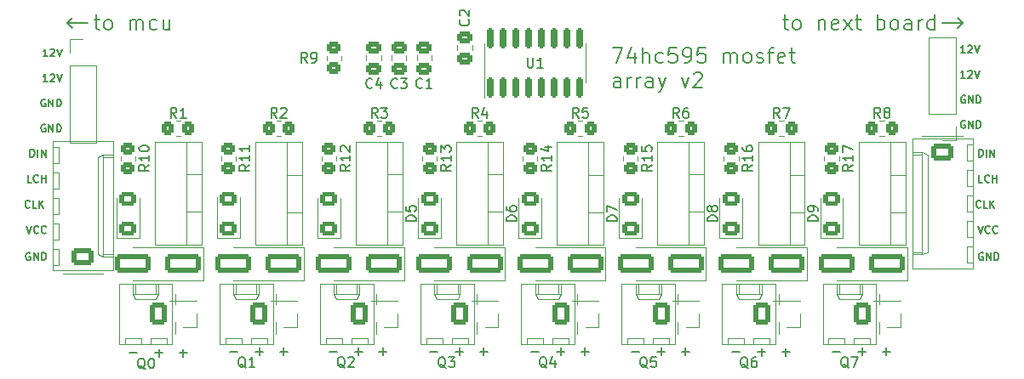
<source format=gto>
G04 #@! TF.GenerationSoftware,KiCad,Pcbnew,7.0.1*
G04 #@! TF.CreationDate,2023-08-26T14:00:19-05:00*
G04 #@! TF.ProjectId,Shift Register Mosfet Array V2,53686966-7420-4526-9567-697374657220,rev?*
G04 #@! TF.SameCoordinates,Original*
G04 #@! TF.FileFunction,Legend,Top*
G04 #@! TF.FilePolarity,Positive*
%FSLAX46Y46*%
G04 Gerber Fmt 4.6, Leading zero omitted, Abs format (unit mm)*
G04 Created by KiCad (PCBNEW 7.0.1) date 2023-08-26 14:00:19*
%MOMM*%
%LPD*%
G01*
G04 APERTURE LIST*
G04 Aperture macros list*
%AMRoundRect*
0 Rectangle with rounded corners*
0 $1 Rounding radius*
0 $2 $3 $4 $5 $6 $7 $8 $9 X,Y pos of 4 corners*
0 Add a 4 corners polygon primitive as box body*
4,1,4,$2,$3,$4,$5,$6,$7,$8,$9,$2,$3,0*
0 Add four circle primitives for the rounded corners*
1,1,$1+$1,$2,$3*
1,1,$1+$1,$4,$5*
1,1,$1+$1,$6,$7*
1,1,$1+$1,$8,$9*
0 Add four rect primitives between the rounded corners*
20,1,$1+$1,$2,$3,$4,$5,0*
20,1,$1+$1,$4,$5,$6,$7,0*
20,1,$1+$1,$6,$7,$8,$9,0*
20,1,$1+$1,$8,$9,$2,$3,0*%
G04 Aperture macros list end*
%ADD10C,0.150000*%
%ADD11C,0.120000*%
%ADD12RoundRect,0.250000X-0.450000X0.350000X-0.450000X-0.350000X0.450000X-0.350000X0.450000X0.350000X0*%
%ADD13O,1.700000X1.700000*%
%ADD14R,1.700000X1.700000*%
%ADD15RoundRect,0.250000X-0.845000X0.620000X-0.845000X-0.620000X0.845000X-0.620000X0.845000X0.620000X0*%
%ADD16O,2.190000X1.740000*%
%ADD17RoundRect,0.250000X0.620000X0.845000X-0.620000X0.845000X-0.620000X-0.845000X0.620000X-0.845000X0*%
%ADD18O,1.740000X2.190000*%
%ADD19RoundRect,0.250000X0.350000X0.450000X-0.350000X0.450000X-0.350000X-0.450000X0.350000X-0.450000X0*%
%ADD20R,2.000000X1.905000*%
%ADD21O,2.000000X1.905000*%
%ADD22RoundRect,0.250000X-0.475000X0.337500X-0.475000X-0.337500X0.475000X-0.337500X0.475000X0.337500X0*%
%ADD23RoundRect,0.250000X1.500000X0.650000X-1.500000X0.650000X-1.500000X-0.650000X1.500000X-0.650000X0*%
%ADD24C,3.200000*%
%ADD25RoundRect,0.250000X0.845000X-0.620000X0.845000X0.620000X-0.845000X0.620000X-0.845000X-0.620000X0*%
%ADD26RoundRect,0.250001X0.624999X-0.462499X0.624999X0.462499X-0.624999X0.462499X-0.624999X-0.462499X0*%
%ADD27RoundRect,0.150000X0.150000X-0.825000X0.150000X0.825000X-0.150000X0.825000X-0.150000X-0.825000X0*%
G04 APERTURE END LIST*
D10*
X155500000Y-85500000D02*
X156000000Y-86000000D01*
X156000000Y-86000000D02*
X155500000Y-85500000D01*
X156000000Y-86000000D02*
X154000000Y-86000000D01*
X67000000Y-86000000D02*
X67500000Y-86500000D01*
X67000000Y-86000000D02*
X69000000Y-86000000D01*
X67500000Y-86500000D02*
X67000000Y-86000000D01*
X67500000Y-85500000D02*
X67000000Y-86000000D01*
X155500000Y-86500000D02*
X156000000Y-86000000D01*
X78119048Y-118891666D02*
X78880953Y-118891666D01*
X78500000Y-119272619D02*
X78500000Y-118510714D01*
X63285714Y-108919678D02*
X63214286Y-108883964D01*
X63214286Y-108883964D02*
X63107143Y-108883964D01*
X63107143Y-108883964D02*
X63000000Y-108919678D01*
X63000000Y-108919678D02*
X62928571Y-108991107D01*
X62928571Y-108991107D02*
X62892857Y-109062535D01*
X62892857Y-109062535D02*
X62857143Y-109205392D01*
X62857143Y-109205392D02*
X62857143Y-109312535D01*
X62857143Y-109312535D02*
X62892857Y-109455392D01*
X62892857Y-109455392D02*
X62928571Y-109526821D01*
X62928571Y-109526821D02*
X63000000Y-109598250D01*
X63000000Y-109598250D02*
X63107143Y-109633964D01*
X63107143Y-109633964D02*
X63178571Y-109633964D01*
X63178571Y-109633964D02*
X63285714Y-109598250D01*
X63285714Y-109598250D02*
X63321428Y-109562535D01*
X63321428Y-109562535D02*
X63321428Y-109312535D01*
X63321428Y-109312535D02*
X63178571Y-109312535D01*
X63642857Y-109633964D02*
X63642857Y-108883964D01*
X63642857Y-108883964D02*
X64071428Y-109633964D01*
X64071428Y-109633964D02*
X64071428Y-108883964D01*
X64428571Y-109633964D02*
X64428571Y-108883964D01*
X64428571Y-108883964D02*
X64607142Y-108883964D01*
X64607142Y-108883964D02*
X64714285Y-108919678D01*
X64714285Y-108919678D02*
X64785714Y-108991107D01*
X64785714Y-108991107D02*
X64821428Y-109062535D01*
X64821428Y-109062535D02*
X64857142Y-109205392D01*
X64857142Y-109205392D02*
X64857142Y-109312535D01*
X64857142Y-109312535D02*
X64821428Y-109455392D01*
X64821428Y-109455392D02*
X64785714Y-109526821D01*
X64785714Y-109526821D02*
X64714285Y-109598250D01*
X64714285Y-109598250D02*
X64607142Y-109633964D01*
X64607142Y-109633964D02*
X64428571Y-109633964D01*
X113119048Y-118744666D02*
X113880953Y-118744666D01*
X83166048Y-118764666D02*
X83927953Y-118764666D01*
X85706048Y-118764666D02*
X86467953Y-118764666D01*
X86087000Y-119145619D02*
X86087000Y-118383714D01*
X97992048Y-118744666D02*
X98753953Y-118744666D01*
X98373000Y-119125619D02*
X98373000Y-118363714D01*
X63285714Y-99346964D02*
X63285714Y-98596964D01*
X63285714Y-98596964D02*
X63464285Y-98596964D01*
X63464285Y-98596964D02*
X63571428Y-98632678D01*
X63571428Y-98632678D02*
X63642857Y-98704107D01*
X63642857Y-98704107D02*
X63678571Y-98775535D01*
X63678571Y-98775535D02*
X63714285Y-98918392D01*
X63714285Y-98918392D02*
X63714285Y-99025535D01*
X63714285Y-99025535D02*
X63678571Y-99168392D01*
X63678571Y-99168392D02*
X63642857Y-99239821D01*
X63642857Y-99239821D02*
X63571428Y-99311250D01*
X63571428Y-99311250D02*
X63464285Y-99346964D01*
X63464285Y-99346964D02*
X63285714Y-99346964D01*
X64035714Y-99346964D02*
X64035714Y-98596964D01*
X64392857Y-99346964D02*
X64392857Y-98596964D01*
X64392857Y-98596964D02*
X64821428Y-99346964D01*
X64821428Y-99346964D02*
X64821428Y-98596964D01*
X156273428Y-91492964D02*
X155844857Y-91492964D01*
X156059142Y-91492964D02*
X156059142Y-90742964D01*
X156059142Y-90742964D02*
X155987714Y-90850107D01*
X155987714Y-90850107D02*
X155916285Y-90921535D01*
X155916285Y-90921535D02*
X155844857Y-90957250D01*
X156559143Y-90814392D02*
X156594857Y-90778678D01*
X156594857Y-90778678D02*
X156666286Y-90742964D01*
X156666286Y-90742964D02*
X156844857Y-90742964D01*
X156844857Y-90742964D02*
X156916286Y-90778678D01*
X156916286Y-90778678D02*
X156952000Y-90814392D01*
X156952000Y-90814392D02*
X156987714Y-90885821D01*
X156987714Y-90885821D02*
X156987714Y-90957250D01*
X156987714Y-90957250D02*
X156952000Y-91064392D01*
X156952000Y-91064392D02*
X156523428Y-91492964D01*
X156523428Y-91492964D02*
X156987714Y-91492964D01*
X157202000Y-90742964D02*
X157452000Y-91492964D01*
X157452000Y-91492964D02*
X157702000Y-90742964D01*
X64785714Y-93632678D02*
X64714286Y-93596964D01*
X64714286Y-93596964D02*
X64607143Y-93596964D01*
X64607143Y-93596964D02*
X64500000Y-93632678D01*
X64500000Y-93632678D02*
X64428571Y-93704107D01*
X64428571Y-93704107D02*
X64392857Y-93775535D01*
X64392857Y-93775535D02*
X64357143Y-93918392D01*
X64357143Y-93918392D02*
X64357143Y-94025535D01*
X64357143Y-94025535D02*
X64392857Y-94168392D01*
X64392857Y-94168392D02*
X64428571Y-94239821D01*
X64428571Y-94239821D02*
X64500000Y-94311250D01*
X64500000Y-94311250D02*
X64607143Y-94346964D01*
X64607143Y-94346964D02*
X64678571Y-94346964D01*
X64678571Y-94346964D02*
X64785714Y-94311250D01*
X64785714Y-94311250D02*
X64821428Y-94275535D01*
X64821428Y-94275535D02*
X64821428Y-94025535D01*
X64821428Y-94025535D02*
X64678571Y-94025535D01*
X65142857Y-94346964D02*
X65142857Y-93596964D01*
X65142857Y-93596964D02*
X65571428Y-94346964D01*
X65571428Y-94346964D02*
X65571428Y-93596964D01*
X65928571Y-94346964D02*
X65928571Y-93596964D01*
X65928571Y-93596964D02*
X66107142Y-93596964D01*
X66107142Y-93596964D02*
X66214285Y-93632678D01*
X66214285Y-93632678D02*
X66285714Y-93704107D01*
X66285714Y-93704107D02*
X66321428Y-93775535D01*
X66321428Y-93775535D02*
X66357142Y-93918392D01*
X66357142Y-93918392D02*
X66357142Y-94025535D01*
X66357142Y-94025535D02*
X66321428Y-94168392D01*
X66321428Y-94168392D02*
X66285714Y-94239821D01*
X66285714Y-94239821D02*
X66214285Y-94311250D01*
X66214285Y-94311250D02*
X66107142Y-94346964D01*
X66107142Y-94346964D02*
X65928571Y-94346964D01*
X95579048Y-118744666D02*
X96340953Y-118744666D01*
X95960000Y-119125619D02*
X95960000Y-118363714D01*
X88119048Y-118764666D02*
X88880953Y-118764666D01*
X88500000Y-119145619D02*
X88500000Y-118383714D01*
X104608761Y-120383857D02*
X104513523Y-120336238D01*
X104513523Y-120336238D02*
X104418285Y-120241000D01*
X104418285Y-120241000D02*
X104275428Y-120098142D01*
X104275428Y-120098142D02*
X104180190Y-120050523D01*
X104180190Y-120050523D02*
X104084952Y-120050523D01*
X104132571Y-120288619D02*
X104037333Y-120241000D01*
X104037333Y-120241000D02*
X103942095Y-120145761D01*
X103942095Y-120145761D02*
X103894476Y-119955285D01*
X103894476Y-119955285D02*
X103894476Y-119621952D01*
X103894476Y-119621952D02*
X103942095Y-119431476D01*
X103942095Y-119431476D02*
X104037333Y-119336238D01*
X104037333Y-119336238D02*
X104132571Y-119288619D01*
X104132571Y-119288619D02*
X104323047Y-119288619D01*
X104323047Y-119288619D02*
X104418285Y-119336238D01*
X104418285Y-119336238D02*
X104513523Y-119431476D01*
X104513523Y-119431476D02*
X104561142Y-119621952D01*
X104561142Y-119621952D02*
X104561142Y-119955285D01*
X104561142Y-119955285D02*
X104513523Y-120145761D01*
X104513523Y-120145761D02*
X104418285Y-120241000D01*
X104418285Y-120241000D02*
X104323047Y-120288619D01*
X104323047Y-120288619D02*
X104132571Y-120288619D01*
X104894476Y-119288619D02*
X105513523Y-119288619D01*
X105513523Y-119288619D02*
X105180190Y-119669571D01*
X105180190Y-119669571D02*
X105323047Y-119669571D01*
X105323047Y-119669571D02*
X105418285Y-119717190D01*
X105418285Y-119717190D02*
X105465904Y-119764809D01*
X105465904Y-119764809D02*
X105513523Y-119860047D01*
X105513523Y-119860047D02*
X105513523Y-120098142D01*
X105513523Y-120098142D02*
X105465904Y-120193380D01*
X105465904Y-120193380D02*
X105418285Y-120241000D01*
X105418285Y-120241000D02*
X105323047Y-120288619D01*
X105323047Y-120288619D02*
X105037333Y-120288619D01*
X105037333Y-120288619D02*
X104942095Y-120241000D01*
X104942095Y-120241000D02*
X104894476Y-120193380D01*
X133119048Y-118784666D02*
X133880953Y-118784666D01*
X62928571Y-106216964D02*
X63178571Y-106966964D01*
X63178571Y-106966964D02*
X63428571Y-106216964D01*
X64107142Y-106895535D02*
X64071428Y-106931250D01*
X64071428Y-106931250D02*
X63964285Y-106966964D01*
X63964285Y-106966964D02*
X63892857Y-106966964D01*
X63892857Y-106966964D02*
X63785714Y-106931250D01*
X63785714Y-106931250D02*
X63714285Y-106859821D01*
X63714285Y-106859821D02*
X63678571Y-106788392D01*
X63678571Y-106788392D02*
X63642857Y-106645535D01*
X63642857Y-106645535D02*
X63642857Y-106538392D01*
X63642857Y-106538392D02*
X63678571Y-106395535D01*
X63678571Y-106395535D02*
X63714285Y-106324107D01*
X63714285Y-106324107D02*
X63785714Y-106252678D01*
X63785714Y-106252678D02*
X63892857Y-106216964D01*
X63892857Y-106216964D02*
X63964285Y-106216964D01*
X63964285Y-106216964D02*
X64071428Y-106252678D01*
X64071428Y-106252678D02*
X64107142Y-106288392D01*
X64857142Y-106895535D02*
X64821428Y-106931250D01*
X64821428Y-106931250D02*
X64714285Y-106966964D01*
X64714285Y-106966964D02*
X64642857Y-106966964D01*
X64642857Y-106966964D02*
X64535714Y-106931250D01*
X64535714Y-106931250D02*
X64464285Y-106859821D01*
X64464285Y-106859821D02*
X64428571Y-106788392D01*
X64428571Y-106788392D02*
X64392857Y-106645535D01*
X64392857Y-106645535D02*
X64392857Y-106538392D01*
X64392857Y-106538392D02*
X64428571Y-106395535D01*
X64428571Y-106395535D02*
X64464285Y-106324107D01*
X64464285Y-106324107D02*
X64535714Y-106252678D01*
X64535714Y-106252678D02*
X64642857Y-106216964D01*
X64642857Y-106216964D02*
X64714285Y-106216964D01*
X64714285Y-106216964D02*
X64821428Y-106252678D01*
X64821428Y-106252678D02*
X64857142Y-106288392D01*
X156273428Y-88992964D02*
X155844857Y-88992964D01*
X156059142Y-88992964D02*
X156059142Y-88242964D01*
X156059142Y-88242964D02*
X155987714Y-88350107D01*
X155987714Y-88350107D02*
X155916285Y-88421535D01*
X155916285Y-88421535D02*
X155844857Y-88457250D01*
X156559143Y-88314392D02*
X156594857Y-88278678D01*
X156594857Y-88278678D02*
X156666286Y-88242964D01*
X156666286Y-88242964D02*
X156844857Y-88242964D01*
X156844857Y-88242964D02*
X156916286Y-88278678D01*
X156916286Y-88278678D02*
X156952000Y-88314392D01*
X156952000Y-88314392D02*
X156987714Y-88385821D01*
X156987714Y-88385821D02*
X156987714Y-88457250D01*
X156987714Y-88457250D02*
X156952000Y-88564392D01*
X156952000Y-88564392D02*
X156523428Y-88992964D01*
X156523428Y-88992964D02*
X156987714Y-88992964D01*
X157202000Y-88242964D02*
X157452000Y-88992964D01*
X157452000Y-88992964D02*
X157702000Y-88242964D01*
X135659048Y-118784666D02*
X136420953Y-118784666D01*
X136040000Y-119165619D02*
X136040000Y-118403714D01*
X114674761Y-120363857D02*
X114579523Y-120316238D01*
X114579523Y-120316238D02*
X114484285Y-120221000D01*
X114484285Y-120221000D02*
X114341428Y-120078142D01*
X114341428Y-120078142D02*
X114246190Y-120030523D01*
X114246190Y-120030523D02*
X114150952Y-120030523D01*
X114198571Y-120268619D02*
X114103333Y-120221000D01*
X114103333Y-120221000D02*
X114008095Y-120125761D01*
X114008095Y-120125761D02*
X113960476Y-119935285D01*
X113960476Y-119935285D02*
X113960476Y-119601952D01*
X113960476Y-119601952D02*
X114008095Y-119411476D01*
X114008095Y-119411476D02*
X114103333Y-119316238D01*
X114103333Y-119316238D02*
X114198571Y-119268619D01*
X114198571Y-119268619D02*
X114389047Y-119268619D01*
X114389047Y-119268619D02*
X114484285Y-119316238D01*
X114484285Y-119316238D02*
X114579523Y-119411476D01*
X114579523Y-119411476D02*
X114627142Y-119601952D01*
X114627142Y-119601952D02*
X114627142Y-119935285D01*
X114627142Y-119935285D02*
X114579523Y-120125761D01*
X114579523Y-120125761D02*
X114484285Y-120221000D01*
X114484285Y-120221000D02*
X114389047Y-120268619D01*
X114389047Y-120268619D02*
X114198571Y-120268619D01*
X115484285Y-119601952D02*
X115484285Y-120268619D01*
X115246190Y-119221000D02*
X115008095Y-119935285D01*
X115008095Y-119935285D02*
X115627142Y-119935285D01*
X105593048Y-118764666D02*
X106354953Y-118764666D01*
X105974000Y-119145619D02*
X105974000Y-118383714D01*
X73166048Y-118891666D02*
X73927953Y-118891666D01*
X121214285Y-88478928D02*
X122214285Y-88478928D01*
X122214285Y-88478928D02*
X121571428Y-89978928D01*
X123428571Y-88978928D02*
X123428571Y-89978928D01*
X123071428Y-88407500D02*
X122714285Y-89478928D01*
X122714285Y-89478928D02*
X123642856Y-89478928D01*
X124214284Y-89978928D02*
X124214284Y-88478928D01*
X124857142Y-89978928D02*
X124857142Y-89193214D01*
X124857142Y-89193214D02*
X124785713Y-89050357D01*
X124785713Y-89050357D02*
X124642856Y-88978928D01*
X124642856Y-88978928D02*
X124428570Y-88978928D01*
X124428570Y-88978928D02*
X124285713Y-89050357D01*
X124285713Y-89050357D02*
X124214284Y-89121785D01*
X126214285Y-89907500D02*
X126071427Y-89978928D01*
X126071427Y-89978928D02*
X125785713Y-89978928D01*
X125785713Y-89978928D02*
X125642856Y-89907500D01*
X125642856Y-89907500D02*
X125571427Y-89836071D01*
X125571427Y-89836071D02*
X125499999Y-89693214D01*
X125499999Y-89693214D02*
X125499999Y-89264642D01*
X125499999Y-89264642D02*
X125571427Y-89121785D01*
X125571427Y-89121785D02*
X125642856Y-89050357D01*
X125642856Y-89050357D02*
X125785713Y-88978928D01*
X125785713Y-88978928D02*
X126071427Y-88978928D01*
X126071427Y-88978928D02*
X126214285Y-89050357D01*
X127571427Y-88478928D02*
X126857141Y-88478928D01*
X126857141Y-88478928D02*
X126785713Y-89193214D01*
X126785713Y-89193214D02*
X126857141Y-89121785D01*
X126857141Y-89121785D02*
X126999999Y-89050357D01*
X126999999Y-89050357D02*
X127357141Y-89050357D01*
X127357141Y-89050357D02*
X127499999Y-89121785D01*
X127499999Y-89121785D02*
X127571427Y-89193214D01*
X127571427Y-89193214D02*
X127642856Y-89336071D01*
X127642856Y-89336071D02*
X127642856Y-89693214D01*
X127642856Y-89693214D02*
X127571427Y-89836071D01*
X127571427Y-89836071D02*
X127499999Y-89907500D01*
X127499999Y-89907500D02*
X127357141Y-89978928D01*
X127357141Y-89978928D02*
X126999999Y-89978928D01*
X126999999Y-89978928D02*
X126857141Y-89907500D01*
X126857141Y-89907500D02*
X126785713Y-89836071D01*
X128357141Y-89978928D02*
X128642855Y-89978928D01*
X128642855Y-89978928D02*
X128785712Y-89907500D01*
X128785712Y-89907500D02*
X128857141Y-89836071D01*
X128857141Y-89836071D02*
X128999998Y-89621785D01*
X128999998Y-89621785D02*
X129071427Y-89336071D01*
X129071427Y-89336071D02*
X129071427Y-88764642D01*
X129071427Y-88764642D02*
X128999998Y-88621785D01*
X128999998Y-88621785D02*
X128928570Y-88550357D01*
X128928570Y-88550357D02*
X128785712Y-88478928D01*
X128785712Y-88478928D02*
X128499998Y-88478928D01*
X128499998Y-88478928D02*
X128357141Y-88550357D01*
X128357141Y-88550357D02*
X128285712Y-88621785D01*
X128285712Y-88621785D02*
X128214284Y-88764642D01*
X128214284Y-88764642D02*
X128214284Y-89121785D01*
X128214284Y-89121785D02*
X128285712Y-89264642D01*
X128285712Y-89264642D02*
X128357141Y-89336071D01*
X128357141Y-89336071D02*
X128499998Y-89407500D01*
X128499998Y-89407500D02*
X128785712Y-89407500D01*
X128785712Y-89407500D02*
X128928570Y-89336071D01*
X128928570Y-89336071D02*
X128999998Y-89264642D01*
X128999998Y-89264642D02*
X129071427Y-89121785D01*
X130428569Y-88478928D02*
X129714283Y-88478928D01*
X129714283Y-88478928D02*
X129642855Y-89193214D01*
X129642855Y-89193214D02*
X129714283Y-89121785D01*
X129714283Y-89121785D02*
X129857141Y-89050357D01*
X129857141Y-89050357D02*
X130214283Y-89050357D01*
X130214283Y-89050357D02*
X130357141Y-89121785D01*
X130357141Y-89121785D02*
X130428569Y-89193214D01*
X130428569Y-89193214D02*
X130499998Y-89336071D01*
X130499998Y-89336071D02*
X130499998Y-89693214D01*
X130499998Y-89693214D02*
X130428569Y-89836071D01*
X130428569Y-89836071D02*
X130357141Y-89907500D01*
X130357141Y-89907500D02*
X130214283Y-89978928D01*
X130214283Y-89978928D02*
X129857141Y-89978928D01*
X129857141Y-89978928D02*
X129714283Y-89907500D01*
X129714283Y-89907500D02*
X129642855Y-89836071D01*
X132285711Y-89978928D02*
X132285711Y-88978928D01*
X132285711Y-89121785D02*
X132357140Y-89050357D01*
X132357140Y-89050357D02*
X132499997Y-88978928D01*
X132499997Y-88978928D02*
X132714283Y-88978928D01*
X132714283Y-88978928D02*
X132857140Y-89050357D01*
X132857140Y-89050357D02*
X132928569Y-89193214D01*
X132928569Y-89193214D02*
X132928569Y-89978928D01*
X132928569Y-89193214D02*
X132999997Y-89050357D01*
X132999997Y-89050357D02*
X133142854Y-88978928D01*
X133142854Y-88978928D02*
X133357140Y-88978928D01*
X133357140Y-88978928D02*
X133499997Y-89050357D01*
X133499997Y-89050357D02*
X133571426Y-89193214D01*
X133571426Y-89193214D02*
X133571426Y-89978928D01*
X134499997Y-89978928D02*
X134357140Y-89907500D01*
X134357140Y-89907500D02*
X134285711Y-89836071D01*
X134285711Y-89836071D02*
X134214283Y-89693214D01*
X134214283Y-89693214D02*
X134214283Y-89264642D01*
X134214283Y-89264642D02*
X134285711Y-89121785D01*
X134285711Y-89121785D02*
X134357140Y-89050357D01*
X134357140Y-89050357D02*
X134499997Y-88978928D01*
X134499997Y-88978928D02*
X134714283Y-88978928D01*
X134714283Y-88978928D02*
X134857140Y-89050357D01*
X134857140Y-89050357D02*
X134928569Y-89121785D01*
X134928569Y-89121785D02*
X134999997Y-89264642D01*
X134999997Y-89264642D02*
X134999997Y-89693214D01*
X134999997Y-89693214D02*
X134928569Y-89836071D01*
X134928569Y-89836071D02*
X134857140Y-89907500D01*
X134857140Y-89907500D02*
X134714283Y-89978928D01*
X134714283Y-89978928D02*
X134499997Y-89978928D01*
X135571426Y-89907500D02*
X135714283Y-89978928D01*
X135714283Y-89978928D02*
X135999997Y-89978928D01*
X135999997Y-89978928D02*
X136142854Y-89907500D01*
X136142854Y-89907500D02*
X136214283Y-89764642D01*
X136214283Y-89764642D02*
X136214283Y-89693214D01*
X136214283Y-89693214D02*
X136142854Y-89550357D01*
X136142854Y-89550357D02*
X135999997Y-89478928D01*
X135999997Y-89478928D02*
X135785712Y-89478928D01*
X135785712Y-89478928D02*
X135642854Y-89407500D01*
X135642854Y-89407500D02*
X135571426Y-89264642D01*
X135571426Y-89264642D02*
X135571426Y-89193214D01*
X135571426Y-89193214D02*
X135642854Y-89050357D01*
X135642854Y-89050357D02*
X135785712Y-88978928D01*
X135785712Y-88978928D02*
X135999997Y-88978928D01*
X135999997Y-88978928D02*
X136142854Y-89050357D01*
X136642855Y-88978928D02*
X137214283Y-88978928D01*
X136857140Y-89978928D02*
X136857140Y-88693214D01*
X136857140Y-88693214D02*
X136928569Y-88550357D01*
X136928569Y-88550357D02*
X137071426Y-88478928D01*
X137071426Y-88478928D02*
X137214283Y-88478928D01*
X138285712Y-89907500D02*
X138142855Y-89978928D01*
X138142855Y-89978928D02*
X137857141Y-89978928D01*
X137857141Y-89978928D02*
X137714283Y-89907500D01*
X137714283Y-89907500D02*
X137642855Y-89764642D01*
X137642855Y-89764642D02*
X137642855Y-89193214D01*
X137642855Y-89193214D02*
X137714283Y-89050357D01*
X137714283Y-89050357D02*
X137857141Y-88978928D01*
X137857141Y-88978928D02*
X138142855Y-88978928D01*
X138142855Y-88978928D02*
X138285712Y-89050357D01*
X138285712Y-89050357D02*
X138357141Y-89193214D01*
X138357141Y-89193214D02*
X138357141Y-89336071D01*
X138357141Y-89336071D02*
X137642855Y-89478928D01*
X138785712Y-88978928D02*
X139357140Y-88978928D01*
X138999997Y-88478928D02*
X138999997Y-89764642D01*
X138999997Y-89764642D02*
X139071426Y-89907500D01*
X139071426Y-89907500D02*
X139214283Y-89978928D01*
X139214283Y-89978928D02*
X139357140Y-89978928D01*
X122000000Y-92408928D02*
X122000000Y-91623214D01*
X122000000Y-91623214D02*
X121928571Y-91480357D01*
X121928571Y-91480357D02*
X121785714Y-91408928D01*
X121785714Y-91408928D02*
X121500000Y-91408928D01*
X121500000Y-91408928D02*
X121357142Y-91480357D01*
X122000000Y-92337500D02*
X121857142Y-92408928D01*
X121857142Y-92408928D02*
X121500000Y-92408928D01*
X121500000Y-92408928D02*
X121357142Y-92337500D01*
X121357142Y-92337500D02*
X121285714Y-92194642D01*
X121285714Y-92194642D02*
X121285714Y-92051785D01*
X121285714Y-92051785D02*
X121357142Y-91908928D01*
X121357142Y-91908928D02*
X121500000Y-91837500D01*
X121500000Y-91837500D02*
X121857142Y-91837500D01*
X121857142Y-91837500D02*
X122000000Y-91766071D01*
X122714285Y-92408928D02*
X122714285Y-91408928D01*
X122714285Y-91694642D02*
X122785714Y-91551785D01*
X122785714Y-91551785D02*
X122857143Y-91480357D01*
X122857143Y-91480357D02*
X123000000Y-91408928D01*
X123000000Y-91408928D02*
X123142857Y-91408928D01*
X123642856Y-92408928D02*
X123642856Y-91408928D01*
X123642856Y-91694642D02*
X123714285Y-91551785D01*
X123714285Y-91551785D02*
X123785714Y-91480357D01*
X123785714Y-91480357D02*
X123928571Y-91408928D01*
X123928571Y-91408928D02*
X124071428Y-91408928D01*
X125214285Y-92408928D02*
X125214285Y-91623214D01*
X125214285Y-91623214D02*
X125142856Y-91480357D01*
X125142856Y-91480357D02*
X124999999Y-91408928D01*
X124999999Y-91408928D02*
X124714285Y-91408928D01*
X124714285Y-91408928D02*
X124571427Y-91480357D01*
X125214285Y-92337500D02*
X125071427Y-92408928D01*
X125071427Y-92408928D02*
X124714285Y-92408928D01*
X124714285Y-92408928D02*
X124571427Y-92337500D01*
X124571427Y-92337500D02*
X124499999Y-92194642D01*
X124499999Y-92194642D02*
X124499999Y-92051785D01*
X124499999Y-92051785D02*
X124571427Y-91908928D01*
X124571427Y-91908928D02*
X124714285Y-91837500D01*
X124714285Y-91837500D02*
X125071427Y-91837500D01*
X125071427Y-91837500D02*
X125214285Y-91766071D01*
X125785713Y-91408928D02*
X126142856Y-92408928D01*
X126499999Y-91408928D02*
X126142856Y-92408928D01*
X126142856Y-92408928D02*
X125999999Y-92766071D01*
X125999999Y-92766071D02*
X125928570Y-92837500D01*
X125928570Y-92837500D02*
X125785713Y-92908928D01*
X128071427Y-91408928D02*
X128428570Y-92408928D01*
X128428570Y-92408928D02*
X128785713Y-91408928D01*
X129285713Y-91051785D02*
X129357141Y-90980357D01*
X129357141Y-90980357D02*
X129499999Y-90908928D01*
X129499999Y-90908928D02*
X129857141Y-90908928D01*
X129857141Y-90908928D02*
X129999999Y-90980357D01*
X129999999Y-90980357D02*
X130071427Y-91051785D01*
X130071427Y-91051785D02*
X130142856Y-91194642D01*
X130142856Y-91194642D02*
X130142856Y-91337500D01*
X130142856Y-91337500D02*
X130071427Y-91551785D01*
X130071427Y-91551785D02*
X129214284Y-92408928D01*
X129214284Y-92408928D02*
X130142856Y-92408928D01*
X74721761Y-120510857D02*
X74626523Y-120463238D01*
X74626523Y-120463238D02*
X74531285Y-120368000D01*
X74531285Y-120368000D02*
X74388428Y-120225142D01*
X74388428Y-120225142D02*
X74293190Y-120177523D01*
X74293190Y-120177523D02*
X74197952Y-120177523D01*
X74245571Y-120415619D02*
X74150333Y-120368000D01*
X74150333Y-120368000D02*
X74055095Y-120272761D01*
X74055095Y-120272761D02*
X74007476Y-120082285D01*
X74007476Y-120082285D02*
X74007476Y-119748952D01*
X74007476Y-119748952D02*
X74055095Y-119558476D01*
X74055095Y-119558476D02*
X74150333Y-119463238D01*
X74150333Y-119463238D02*
X74245571Y-119415619D01*
X74245571Y-119415619D02*
X74436047Y-119415619D01*
X74436047Y-119415619D02*
X74531285Y-119463238D01*
X74531285Y-119463238D02*
X74626523Y-119558476D01*
X74626523Y-119558476D02*
X74674142Y-119748952D01*
X74674142Y-119748952D02*
X74674142Y-120082285D01*
X74674142Y-120082285D02*
X74626523Y-120272761D01*
X74626523Y-120272761D02*
X74531285Y-120368000D01*
X74531285Y-120368000D02*
X74436047Y-120415619D01*
X74436047Y-120415619D02*
X74245571Y-120415619D01*
X75293190Y-119415619D02*
X75388428Y-119415619D01*
X75388428Y-119415619D02*
X75483666Y-119463238D01*
X75483666Y-119463238D02*
X75531285Y-119510857D01*
X75531285Y-119510857D02*
X75578904Y-119606095D01*
X75578904Y-119606095D02*
X75626523Y-119796571D01*
X75626523Y-119796571D02*
X75626523Y-120034666D01*
X75626523Y-120034666D02*
X75578904Y-120225142D01*
X75578904Y-120225142D02*
X75531285Y-120320380D01*
X75531285Y-120320380D02*
X75483666Y-120368000D01*
X75483666Y-120368000D02*
X75388428Y-120415619D01*
X75388428Y-120415619D02*
X75293190Y-120415619D01*
X75293190Y-120415619D02*
X75197952Y-120368000D01*
X75197952Y-120368000D02*
X75150333Y-120320380D01*
X75150333Y-120320380D02*
X75102714Y-120225142D01*
X75102714Y-120225142D02*
X75055095Y-120034666D01*
X75055095Y-120034666D02*
X75055095Y-119796571D01*
X75055095Y-119796571D02*
X75102714Y-119606095D01*
X75102714Y-119606095D02*
X75150333Y-119510857D01*
X75150333Y-119510857D02*
X75197952Y-119463238D01*
X75197952Y-119463238D02*
X75293190Y-119415619D01*
X69642857Y-85693928D02*
X70214285Y-85693928D01*
X69857142Y-85193928D02*
X69857142Y-86479642D01*
X69857142Y-86479642D02*
X69928571Y-86622500D01*
X69928571Y-86622500D02*
X70071428Y-86693928D01*
X70071428Y-86693928D02*
X70214285Y-86693928D01*
X70928571Y-86693928D02*
X70785714Y-86622500D01*
X70785714Y-86622500D02*
X70714285Y-86551071D01*
X70714285Y-86551071D02*
X70642857Y-86408214D01*
X70642857Y-86408214D02*
X70642857Y-85979642D01*
X70642857Y-85979642D02*
X70714285Y-85836785D01*
X70714285Y-85836785D02*
X70785714Y-85765357D01*
X70785714Y-85765357D02*
X70928571Y-85693928D01*
X70928571Y-85693928D02*
X71142857Y-85693928D01*
X71142857Y-85693928D02*
X71285714Y-85765357D01*
X71285714Y-85765357D02*
X71357143Y-85836785D01*
X71357143Y-85836785D02*
X71428571Y-85979642D01*
X71428571Y-85979642D02*
X71428571Y-86408214D01*
X71428571Y-86408214D02*
X71357143Y-86551071D01*
X71357143Y-86551071D02*
X71285714Y-86622500D01*
X71285714Y-86622500D02*
X71142857Y-86693928D01*
X71142857Y-86693928D02*
X70928571Y-86693928D01*
X73214285Y-86693928D02*
X73214285Y-85693928D01*
X73214285Y-85836785D02*
X73285714Y-85765357D01*
X73285714Y-85765357D02*
X73428571Y-85693928D01*
X73428571Y-85693928D02*
X73642857Y-85693928D01*
X73642857Y-85693928D02*
X73785714Y-85765357D01*
X73785714Y-85765357D02*
X73857143Y-85908214D01*
X73857143Y-85908214D02*
X73857143Y-86693928D01*
X73857143Y-85908214D02*
X73928571Y-85765357D01*
X73928571Y-85765357D02*
X74071428Y-85693928D01*
X74071428Y-85693928D02*
X74285714Y-85693928D01*
X74285714Y-85693928D02*
X74428571Y-85765357D01*
X74428571Y-85765357D02*
X74500000Y-85908214D01*
X74500000Y-85908214D02*
X74500000Y-86693928D01*
X75857143Y-86622500D02*
X75714285Y-86693928D01*
X75714285Y-86693928D02*
X75428571Y-86693928D01*
X75428571Y-86693928D02*
X75285714Y-86622500D01*
X75285714Y-86622500D02*
X75214285Y-86551071D01*
X75214285Y-86551071D02*
X75142857Y-86408214D01*
X75142857Y-86408214D02*
X75142857Y-85979642D01*
X75142857Y-85979642D02*
X75214285Y-85836785D01*
X75214285Y-85836785D02*
X75285714Y-85765357D01*
X75285714Y-85765357D02*
X75428571Y-85693928D01*
X75428571Y-85693928D02*
X75714285Y-85693928D01*
X75714285Y-85693928D02*
X75857143Y-85765357D01*
X77142857Y-85693928D02*
X77142857Y-86693928D01*
X76499999Y-85693928D02*
X76499999Y-86479642D01*
X76499999Y-86479642D02*
X76571428Y-86622500D01*
X76571428Y-86622500D02*
X76714285Y-86693928D01*
X76714285Y-86693928D02*
X76928571Y-86693928D01*
X76928571Y-86693928D02*
X77071428Y-86622500D01*
X77071428Y-86622500D02*
X77142857Y-86551071D01*
X156273428Y-93278678D02*
X156202000Y-93242964D01*
X156202000Y-93242964D02*
X156094857Y-93242964D01*
X156094857Y-93242964D02*
X155987714Y-93278678D01*
X155987714Y-93278678D02*
X155916285Y-93350107D01*
X155916285Y-93350107D02*
X155880571Y-93421535D01*
X155880571Y-93421535D02*
X155844857Y-93564392D01*
X155844857Y-93564392D02*
X155844857Y-93671535D01*
X155844857Y-93671535D02*
X155880571Y-93814392D01*
X155880571Y-93814392D02*
X155916285Y-93885821D01*
X155916285Y-93885821D02*
X155987714Y-93957250D01*
X155987714Y-93957250D02*
X156094857Y-93992964D01*
X156094857Y-93992964D02*
X156166285Y-93992964D01*
X156166285Y-93992964D02*
X156273428Y-93957250D01*
X156273428Y-93957250D02*
X156309142Y-93921535D01*
X156309142Y-93921535D02*
X156309142Y-93671535D01*
X156309142Y-93671535D02*
X156166285Y-93671535D01*
X156630571Y-93992964D02*
X156630571Y-93242964D01*
X156630571Y-93242964D02*
X157059142Y-93992964D01*
X157059142Y-93992964D02*
X157059142Y-93242964D01*
X157416285Y-93992964D02*
X157416285Y-93242964D01*
X157416285Y-93242964D02*
X157594856Y-93242964D01*
X157594856Y-93242964D02*
X157701999Y-93278678D01*
X157701999Y-93278678D02*
X157773428Y-93350107D01*
X157773428Y-93350107D02*
X157809142Y-93421535D01*
X157809142Y-93421535D02*
X157844856Y-93564392D01*
X157844856Y-93564392D02*
X157844856Y-93671535D01*
X157844856Y-93671535D02*
X157809142Y-93814392D01*
X157809142Y-93814392D02*
X157773428Y-93885821D01*
X157773428Y-93885821D02*
X157701999Y-93957250D01*
X157701999Y-93957250D02*
X157594856Y-93992964D01*
X157594856Y-93992964D02*
X157416285Y-93992964D01*
X64785714Y-96132678D02*
X64714286Y-96096964D01*
X64714286Y-96096964D02*
X64607143Y-96096964D01*
X64607143Y-96096964D02*
X64500000Y-96132678D01*
X64500000Y-96132678D02*
X64428571Y-96204107D01*
X64428571Y-96204107D02*
X64392857Y-96275535D01*
X64392857Y-96275535D02*
X64357143Y-96418392D01*
X64357143Y-96418392D02*
X64357143Y-96525535D01*
X64357143Y-96525535D02*
X64392857Y-96668392D01*
X64392857Y-96668392D02*
X64428571Y-96739821D01*
X64428571Y-96739821D02*
X64500000Y-96811250D01*
X64500000Y-96811250D02*
X64607143Y-96846964D01*
X64607143Y-96846964D02*
X64678571Y-96846964D01*
X64678571Y-96846964D02*
X64785714Y-96811250D01*
X64785714Y-96811250D02*
X64821428Y-96775535D01*
X64821428Y-96775535D02*
X64821428Y-96525535D01*
X64821428Y-96525535D02*
X64678571Y-96525535D01*
X65142857Y-96846964D02*
X65142857Y-96096964D01*
X65142857Y-96096964D02*
X65571428Y-96846964D01*
X65571428Y-96846964D02*
X65571428Y-96096964D01*
X65928571Y-96846964D02*
X65928571Y-96096964D01*
X65928571Y-96096964D02*
X66107142Y-96096964D01*
X66107142Y-96096964D02*
X66214285Y-96132678D01*
X66214285Y-96132678D02*
X66285714Y-96204107D01*
X66285714Y-96204107D02*
X66321428Y-96275535D01*
X66321428Y-96275535D02*
X66357142Y-96418392D01*
X66357142Y-96418392D02*
X66357142Y-96525535D01*
X66357142Y-96525535D02*
X66321428Y-96668392D01*
X66321428Y-96668392D02*
X66285714Y-96739821D01*
X66285714Y-96739821D02*
X66214285Y-96811250D01*
X66214285Y-96811250D02*
X66107142Y-96846964D01*
X66107142Y-96846964D02*
X65928571Y-96846964D01*
X75706048Y-118891666D02*
X76467953Y-118891666D01*
X76087000Y-119272619D02*
X76087000Y-118510714D01*
X134674761Y-120403857D02*
X134579523Y-120356238D01*
X134579523Y-120356238D02*
X134484285Y-120261000D01*
X134484285Y-120261000D02*
X134341428Y-120118142D01*
X134341428Y-120118142D02*
X134246190Y-120070523D01*
X134246190Y-120070523D02*
X134150952Y-120070523D01*
X134198571Y-120308619D02*
X134103333Y-120261000D01*
X134103333Y-120261000D02*
X134008095Y-120165761D01*
X134008095Y-120165761D02*
X133960476Y-119975285D01*
X133960476Y-119975285D02*
X133960476Y-119641952D01*
X133960476Y-119641952D02*
X134008095Y-119451476D01*
X134008095Y-119451476D02*
X134103333Y-119356238D01*
X134103333Y-119356238D02*
X134198571Y-119308619D01*
X134198571Y-119308619D02*
X134389047Y-119308619D01*
X134389047Y-119308619D02*
X134484285Y-119356238D01*
X134484285Y-119356238D02*
X134579523Y-119451476D01*
X134579523Y-119451476D02*
X134627142Y-119641952D01*
X134627142Y-119641952D02*
X134627142Y-119975285D01*
X134627142Y-119975285D02*
X134579523Y-120165761D01*
X134579523Y-120165761D02*
X134484285Y-120261000D01*
X134484285Y-120261000D02*
X134389047Y-120308619D01*
X134389047Y-120308619D02*
X134198571Y-120308619D01*
X135484285Y-119308619D02*
X135293809Y-119308619D01*
X135293809Y-119308619D02*
X135198571Y-119356238D01*
X135198571Y-119356238D02*
X135150952Y-119403857D01*
X135150952Y-119403857D02*
X135055714Y-119546714D01*
X135055714Y-119546714D02*
X135008095Y-119737190D01*
X135008095Y-119737190D02*
X135008095Y-120118142D01*
X135008095Y-120118142D02*
X135055714Y-120213380D01*
X135055714Y-120213380D02*
X135103333Y-120261000D01*
X135103333Y-120261000D02*
X135198571Y-120308619D01*
X135198571Y-120308619D02*
X135389047Y-120308619D01*
X135389047Y-120308619D02*
X135484285Y-120261000D01*
X135484285Y-120261000D02*
X135531904Y-120213380D01*
X135531904Y-120213380D02*
X135579523Y-120118142D01*
X135579523Y-120118142D02*
X135579523Y-119880047D01*
X135579523Y-119880047D02*
X135531904Y-119784809D01*
X135531904Y-119784809D02*
X135484285Y-119737190D01*
X135484285Y-119737190D02*
X135389047Y-119689571D01*
X135389047Y-119689571D02*
X135198571Y-119689571D01*
X135198571Y-119689571D02*
X135103333Y-119737190D01*
X135103333Y-119737190D02*
X135055714Y-119784809D01*
X135055714Y-119784809D02*
X135008095Y-119880047D01*
X93039048Y-118744666D02*
X93800953Y-118744666D01*
X124674761Y-120383857D02*
X124579523Y-120336238D01*
X124579523Y-120336238D02*
X124484285Y-120241000D01*
X124484285Y-120241000D02*
X124341428Y-120098142D01*
X124341428Y-120098142D02*
X124246190Y-120050523D01*
X124246190Y-120050523D02*
X124150952Y-120050523D01*
X124198571Y-120288619D02*
X124103333Y-120241000D01*
X124103333Y-120241000D02*
X124008095Y-120145761D01*
X124008095Y-120145761D02*
X123960476Y-119955285D01*
X123960476Y-119955285D02*
X123960476Y-119621952D01*
X123960476Y-119621952D02*
X124008095Y-119431476D01*
X124008095Y-119431476D02*
X124103333Y-119336238D01*
X124103333Y-119336238D02*
X124198571Y-119288619D01*
X124198571Y-119288619D02*
X124389047Y-119288619D01*
X124389047Y-119288619D02*
X124484285Y-119336238D01*
X124484285Y-119336238D02*
X124579523Y-119431476D01*
X124579523Y-119431476D02*
X124627142Y-119621952D01*
X124627142Y-119621952D02*
X124627142Y-119955285D01*
X124627142Y-119955285D02*
X124579523Y-120145761D01*
X124579523Y-120145761D02*
X124484285Y-120241000D01*
X124484285Y-120241000D02*
X124389047Y-120288619D01*
X124389047Y-120288619D02*
X124198571Y-120288619D01*
X125531904Y-119288619D02*
X125055714Y-119288619D01*
X125055714Y-119288619D02*
X125008095Y-119764809D01*
X125008095Y-119764809D02*
X125055714Y-119717190D01*
X125055714Y-119717190D02*
X125150952Y-119669571D01*
X125150952Y-119669571D02*
X125389047Y-119669571D01*
X125389047Y-119669571D02*
X125484285Y-119717190D01*
X125484285Y-119717190D02*
X125531904Y-119764809D01*
X125531904Y-119764809D02*
X125579523Y-119860047D01*
X125579523Y-119860047D02*
X125579523Y-120098142D01*
X125579523Y-120098142D02*
X125531904Y-120193380D01*
X125531904Y-120193380D02*
X125484285Y-120241000D01*
X125484285Y-120241000D02*
X125389047Y-120288619D01*
X125389047Y-120288619D02*
X125150952Y-120288619D01*
X125150952Y-120288619D02*
X125055714Y-120241000D01*
X125055714Y-120241000D02*
X125008095Y-120193380D01*
X145659048Y-118764666D02*
X146420953Y-118764666D01*
X146040000Y-119145619D02*
X146040000Y-118383714D01*
X103053048Y-118764666D02*
X103814953Y-118764666D01*
X144674761Y-120383857D02*
X144579523Y-120336238D01*
X144579523Y-120336238D02*
X144484285Y-120241000D01*
X144484285Y-120241000D02*
X144341428Y-120098142D01*
X144341428Y-120098142D02*
X144246190Y-120050523D01*
X144246190Y-120050523D02*
X144150952Y-120050523D01*
X144198571Y-120288619D02*
X144103333Y-120241000D01*
X144103333Y-120241000D02*
X144008095Y-120145761D01*
X144008095Y-120145761D02*
X143960476Y-119955285D01*
X143960476Y-119955285D02*
X143960476Y-119621952D01*
X143960476Y-119621952D02*
X144008095Y-119431476D01*
X144008095Y-119431476D02*
X144103333Y-119336238D01*
X144103333Y-119336238D02*
X144198571Y-119288619D01*
X144198571Y-119288619D02*
X144389047Y-119288619D01*
X144389047Y-119288619D02*
X144484285Y-119336238D01*
X144484285Y-119336238D02*
X144579523Y-119431476D01*
X144579523Y-119431476D02*
X144627142Y-119621952D01*
X144627142Y-119621952D02*
X144627142Y-119955285D01*
X144627142Y-119955285D02*
X144579523Y-120145761D01*
X144579523Y-120145761D02*
X144484285Y-120241000D01*
X144484285Y-120241000D02*
X144389047Y-120288619D01*
X144389047Y-120288619D02*
X144198571Y-120288619D01*
X144960476Y-119288619D02*
X145627142Y-119288619D01*
X145627142Y-119288619D02*
X145198571Y-120288619D01*
X157658571Y-99346964D02*
X157658571Y-98596964D01*
X157658571Y-98596964D02*
X157837142Y-98596964D01*
X157837142Y-98596964D02*
X157944285Y-98632678D01*
X157944285Y-98632678D02*
X158015714Y-98704107D01*
X158015714Y-98704107D02*
X158051428Y-98775535D01*
X158051428Y-98775535D02*
X158087142Y-98918392D01*
X158087142Y-98918392D02*
X158087142Y-99025535D01*
X158087142Y-99025535D02*
X158051428Y-99168392D01*
X158051428Y-99168392D02*
X158015714Y-99239821D01*
X158015714Y-99239821D02*
X157944285Y-99311250D01*
X157944285Y-99311250D02*
X157837142Y-99346964D01*
X157837142Y-99346964D02*
X157658571Y-99346964D01*
X158408571Y-99346964D02*
X158408571Y-98596964D01*
X158765714Y-99346964D02*
X158765714Y-98596964D01*
X158765714Y-98596964D02*
X159194285Y-99346964D01*
X159194285Y-99346964D02*
X159194285Y-98596964D01*
X157551428Y-106216964D02*
X157801428Y-106966964D01*
X157801428Y-106966964D02*
X158051428Y-106216964D01*
X158729999Y-106895535D02*
X158694285Y-106931250D01*
X158694285Y-106931250D02*
X158587142Y-106966964D01*
X158587142Y-106966964D02*
X158515714Y-106966964D01*
X158515714Y-106966964D02*
X158408571Y-106931250D01*
X158408571Y-106931250D02*
X158337142Y-106859821D01*
X158337142Y-106859821D02*
X158301428Y-106788392D01*
X158301428Y-106788392D02*
X158265714Y-106645535D01*
X158265714Y-106645535D02*
X158265714Y-106538392D01*
X158265714Y-106538392D02*
X158301428Y-106395535D01*
X158301428Y-106395535D02*
X158337142Y-106324107D01*
X158337142Y-106324107D02*
X158408571Y-106252678D01*
X158408571Y-106252678D02*
X158515714Y-106216964D01*
X158515714Y-106216964D02*
X158587142Y-106216964D01*
X158587142Y-106216964D02*
X158694285Y-106252678D01*
X158694285Y-106252678D02*
X158729999Y-106288392D01*
X159479999Y-106895535D02*
X159444285Y-106931250D01*
X159444285Y-106931250D02*
X159337142Y-106966964D01*
X159337142Y-106966964D02*
X159265714Y-106966964D01*
X159265714Y-106966964D02*
X159158571Y-106931250D01*
X159158571Y-106931250D02*
X159087142Y-106859821D01*
X159087142Y-106859821D02*
X159051428Y-106788392D01*
X159051428Y-106788392D02*
X159015714Y-106645535D01*
X159015714Y-106645535D02*
X159015714Y-106538392D01*
X159015714Y-106538392D02*
X159051428Y-106395535D01*
X159051428Y-106395535D02*
X159087142Y-106324107D01*
X159087142Y-106324107D02*
X159158571Y-106252678D01*
X159158571Y-106252678D02*
X159265714Y-106216964D01*
X159265714Y-106216964D02*
X159337142Y-106216964D01*
X159337142Y-106216964D02*
X159444285Y-106252678D01*
X159444285Y-106252678D02*
X159479999Y-106288392D01*
X94594761Y-120363857D02*
X94499523Y-120316238D01*
X94499523Y-120316238D02*
X94404285Y-120221000D01*
X94404285Y-120221000D02*
X94261428Y-120078142D01*
X94261428Y-120078142D02*
X94166190Y-120030523D01*
X94166190Y-120030523D02*
X94070952Y-120030523D01*
X94118571Y-120268619D02*
X94023333Y-120221000D01*
X94023333Y-120221000D02*
X93928095Y-120125761D01*
X93928095Y-120125761D02*
X93880476Y-119935285D01*
X93880476Y-119935285D02*
X93880476Y-119601952D01*
X93880476Y-119601952D02*
X93928095Y-119411476D01*
X93928095Y-119411476D02*
X94023333Y-119316238D01*
X94023333Y-119316238D02*
X94118571Y-119268619D01*
X94118571Y-119268619D02*
X94309047Y-119268619D01*
X94309047Y-119268619D02*
X94404285Y-119316238D01*
X94404285Y-119316238D02*
X94499523Y-119411476D01*
X94499523Y-119411476D02*
X94547142Y-119601952D01*
X94547142Y-119601952D02*
X94547142Y-119935285D01*
X94547142Y-119935285D02*
X94499523Y-120125761D01*
X94499523Y-120125761D02*
X94404285Y-120221000D01*
X94404285Y-120221000D02*
X94309047Y-120268619D01*
X94309047Y-120268619D02*
X94118571Y-120268619D01*
X94928095Y-119363857D02*
X94975714Y-119316238D01*
X94975714Y-119316238D02*
X95070952Y-119268619D01*
X95070952Y-119268619D02*
X95309047Y-119268619D01*
X95309047Y-119268619D02*
X95404285Y-119316238D01*
X95404285Y-119316238D02*
X95451904Y-119363857D01*
X95451904Y-119363857D02*
X95499523Y-119459095D01*
X95499523Y-119459095D02*
X95499523Y-119554333D01*
X95499523Y-119554333D02*
X95451904Y-119697190D01*
X95451904Y-119697190D02*
X94880476Y-120268619D01*
X94880476Y-120268619D02*
X95499523Y-120268619D01*
X118072048Y-118744666D02*
X118833953Y-118744666D01*
X118453000Y-119125619D02*
X118453000Y-118363714D01*
X138072048Y-118784666D02*
X138833953Y-118784666D01*
X138453000Y-119165619D02*
X138453000Y-118403714D01*
X158015714Y-101886964D02*
X157658571Y-101886964D01*
X157658571Y-101886964D02*
X157658571Y-101136964D01*
X158694285Y-101815535D02*
X158658571Y-101851250D01*
X158658571Y-101851250D02*
X158551428Y-101886964D01*
X158551428Y-101886964D02*
X158480000Y-101886964D01*
X158480000Y-101886964D02*
X158372857Y-101851250D01*
X158372857Y-101851250D02*
X158301428Y-101779821D01*
X158301428Y-101779821D02*
X158265714Y-101708392D01*
X158265714Y-101708392D02*
X158230000Y-101565535D01*
X158230000Y-101565535D02*
X158230000Y-101458392D01*
X158230000Y-101458392D02*
X158265714Y-101315535D01*
X158265714Y-101315535D02*
X158301428Y-101244107D01*
X158301428Y-101244107D02*
X158372857Y-101172678D01*
X158372857Y-101172678D02*
X158480000Y-101136964D01*
X158480000Y-101136964D02*
X158551428Y-101136964D01*
X158551428Y-101136964D02*
X158658571Y-101172678D01*
X158658571Y-101172678D02*
X158694285Y-101208392D01*
X159015714Y-101886964D02*
X159015714Y-101136964D01*
X159015714Y-101494107D02*
X159444285Y-101494107D01*
X159444285Y-101886964D02*
X159444285Y-101136964D01*
X156273428Y-95778678D02*
X156202000Y-95742964D01*
X156202000Y-95742964D02*
X156094857Y-95742964D01*
X156094857Y-95742964D02*
X155987714Y-95778678D01*
X155987714Y-95778678D02*
X155916285Y-95850107D01*
X155916285Y-95850107D02*
X155880571Y-95921535D01*
X155880571Y-95921535D02*
X155844857Y-96064392D01*
X155844857Y-96064392D02*
X155844857Y-96171535D01*
X155844857Y-96171535D02*
X155880571Y-96314392D01*
X155880571Y-96314392D02*
X155916285Y-96385821D01*
X155916285Y-96385821D02*
X155987714Y-96457250D01*
X155987714Y-96457250D02*
X156094857Y-96492964D01*
X156094857Y-96492964D02*
X156166285Y-96492964D01*
X156166285Y-96492964D02*
X156273428Y-96457250D01*
X156273428Y-96457250D02*
X156309142Y-96421535D01*
X156309142Y-96421535D02*
X156309142Y-96171535D01*
X156309142Y-96171535D02*
X156166285Y-96171535D01*
X156630571Y-96492964D02*
X156630571Y-95742964D01*
X156630571Y-95742964D02*
X157059142Y-96492964D01*
X157059142Y-96492964D02*
X157059142Y-95742964D01*
X157416285Y-96492964D02*
X157416285Y-95742964D01*
X157416285Y-95742964D02*
X157594856Y-95742964D01*
X157594856Y-95742964D02*
X157701999Y-95778678D01*
X157701999Y-95778678D02*
X157773428Y-95850107D01*
X157773428Y-95850107D02*
X157809142Y-95921535D01*
X157809142Y-95921535D02*
X157844856Y-96064392D01*
X157844856Y-96064392D02*
X157844856Y-96171535D01*
X157844856Y-96171535D02*
X157809142Y-96314392D01*
X157809142Y-96314392D02*
X157773428Y-96385821D01*
X157773428Y-96385821D02*
X157701999Y-96457250D01*
X157701999Y-96457250D02*
X157594856Y-96492964D01*
X157594856Y-96492964D02*
X157416285Y-96492964D01*
X84721761Y-120383857D02*
X84626523Y-120336238D01*
X84626523Y-120336238D02*
X84531285Y-120241000D01*
X84531285Y-120241000D02*
X84388428Y-120098142D01*
X84388428Y-120098142D02*
X84293190Y-120050523D01*
X84293190Y-120050523D02*
X84197952Y-120050523D01*
X84245571Y-120288619D02*
X84150333Y-120241000D01*
X84150333Y-120241000D02*
X84055095Y-120145761D01*
X84055095Y-120145761D02*
X84007476Y-119955285D01*
X84007476Y-119955285D02*
X84007476Y-119621952D01*
X84007476Y-119621952D02*
X84055095Y-119431476D01*
X84055095Y-119431476D02*
X84150333Y-119336238D01*
X84150333Y-119336238D02*
X84245571Y-119288619D01*
X84245571Y-119288619D02*
X84436047Y-119288619D01*
X84436047Y-119288619D02*
X84531285Y-119336238D01*
X84531285Y-119336238D02*
X84626523Y-119431476D01*
X84626523Y-119431476D02*
X84674142Y-119621952D01*
X84674142Y-119621952D02*
X84674142Y-119955285D01*
X84674142Y-119955285D02*
X84626523Y-120145761D01*
X84626523Y-120145761D02*
X84531285Y-120241000D01*
X84531285Y-120241000D02*
X84436047Y-120288619D01*
X84436047Y-120288619D02*
X84245571Y-120288619D01*
X85626523Y-120288619D02*
X85055095Y-120288619D01*
X85340809Y-120288619D02*
X85340809Y-119288619D01*
X85340809Y-119288619D02*
X85245571Y-119431476D01*
X85245571Y-119431476D02*
X85150333Y-119526714D01*
X85150333Y-119526714D02*
X85055095Y-119574333D01*
X128072048Y-118764666D02*
X128833953Y-118764666D01*
X128453000Y-119145619D02*
X128453000Y-118383714D01*
X64999999Y-89346964D02*
X64571428Y-89346964D01*
X64785713Y-89346964D02*
X64785713Y-88596964D01*
X64785713Y-88596964D02*
X64714285Y-88704107D01*
X64714285Y-88704107D02*
X64642856Y-88775535D01*
X64642856Y-88775535D02*
X64571428Y-88811250D01*
X65285714Y-88668392D02*
X65321428Y-88632678D01*
X65321428Y-88632678D02*
X65392857Y-88596964D01*
X65392857Y-88596964D02*
X65571428Y-88596964D01*
X65571428Y-88596964D02*
X65642857Y-88632678D01*
X65642857Y-88632678D02*
X65678571Y-88668392D01*
X65678571Y-88668392D02*
X65714285Y-88739821D01*
X65714285Y-88739821D02*
X65714285Y-88811250D01*
X65714285Y-88811250D02*
X65678571Y-88918392D01*
X65678571Y-88918392D02*
X65249999Y-89346964D01*
X65249999Y-89346964D02*
X65714285Y-89346964D01*
X65928571Y-88596964D02*
X66178571Y-89346964D01*
X66178571Y-89346964D02*
X66428571Y-88596964D01*
X63245999Y-104355535D02*
X63210285Y-104391250D01*
X63210285Y-104391250D02*
X63103142Y-104426964D01*
X63103142Y-104426964D02*
X63031714Y-104426964D01*
X63031714Y-104426964D02*
X62924571Y-104391250D01*
X62924571Y-104391250D02*
X62853142Y-104319821D01*
X62853142Y-104319821D02*
X62817428Y-104248392D01*
X62817428Y-104248392D02*
X62781714Y-104105535D01*
X62781714Y-104105535D02*
X62781714Y-103998392D01*
X62781714Y-103998392D02*
X62817428Y-103855535D01*
X62817428Y-103855535D02*
X62853142Y-103784107D01*
X62853142Y-103784107D02*
X62924571Y-103712678D01*
X62924571Y-103712678D02*
X63031714Y-103676964D01*
X63031714Y-103676964D02*
X63103142Y-103676964D01*
X63103142Y-103676964D02*
X63210285Y-103712678D01*
X63210285Y-103712678D02*
X63245999Y-103748392D01*
X63924571Y-104426964D02*
X63567428Y-104426964D01*
X63567428Y-104426964D02*
X63567428Y-103676964D01*
X64174571Y-104426964D02*
X64174571Y-103676964D01*
X64603142Y-104426964D02*
X64281714Y-103998392D01*
X64603142Y-103676964D02*
X64174571Y-104105535D01*
X125659048Y-118764666D02*
X126420953Y-118764666D01*
X126040000Y-119145619D02*
X126040000Y-118383714D01*
X143119048Y-118764666D02*
X143880953Y-118764666D01*
X148072048Y-118764666D02*
X148833953Y-118764666D01*
X148453000Y-119145619D02*
X148453000Y-118383714D01*
X64999999Y-91846964D02*
X64571428Y-91846964D01*
X64785713Y-91846964D02*
X64785713Y-91096964D01*
X64785713Y-91096964D02*
X64714285Y-91204107D01*
X64714285Y-91204107D02*
X64642856Y-91275535D01*
X64642856Y-91275535D02*
X64571428Y-91311250D01*
X65285714Y-91168392D02*
X65321428Y-91132678D01*
X65321428Y-91132678D02*
X65392857Y-91096964D01*
X65392857Y-91096964D02*
X65571428Y-91096964D01*
X65571428Y-91096964D02*
X65642857Y-91132678D01*
X65642857Y-91132678D02*
X65678571Y-91168392D01*
X65678571Y-91168392D02*
X65714285Y-91239821D01*
X65714285Y-91239821D02*
X65714285Y-91311250D01*
X65714285Y-91311250D02*
X65678571Y-91418392D01*
X65678571Y-91418392D02*
X65249999Y-91846964D01*
X65249999Y-91846964D02*
X65714285Y-91846964D01*
X65928571Y-91096964D02*
X66178571Y-91846964D01*
X66178571Y-91846964D02*
X66428571Y-91096964D01*
X138142857Y-85693928D02*
X138714285Y-85693928D01*
X138357142Y-85193928D02*
X138357142Y-86479642D01*
X138357142Y-86479642D02*
X138428571Y-86622500D01*
X138428571Y-86622500D02*
X138571428Y-86693928D01*
X138571428Y-86693928D02*
X138714285Y-86693928D01*
X139428571Y-86693928D02*
X139285714Y-86622500D01*
X139285714Y-86622500D02*
X139214285Y-86551071D01*
X139214285Y-86551071D02*
X139142857Y-86408214D01*
X139142857Y-86408214D02*
X139142857Y-85979642D01*
X139142857Y-85979642D02*
X139214285Y-85836785D01*
X139214285Y-85836785D02*
X139285714Y-85765357D01*
X139285714Y-85765357D02*
X139428571Y-85693928D01*
X139428571Y-85693928D02*
X139642857Y-85693928D01*
X139642857Y-85693928D02*
X139785714Y-85765357D01*
X139785714Y-85765357D02*
X139857143Y-85836785D01*
X139857143Y-85836785D02*
X139928571Y-85979642D01*
X139928571Y-85979642D02*
X139928571Y-86408214D01*
X139928571Y-86408214D02*
X139857143Y-86551071D01*
X139857143Y-86551071D02*
X139785714Y-86622500D01*
X139785714Y-86622500D02*
X139642857Y-86693928D01*
X139642857Y-86693928D02*
X139428571Y-86693928D01*
X141714285Y-85693928D02*
X141714285Y-86693928D01*
X141714285Y-85836785D02*
X141785714Y-85765357D01*
X141785714Y-85765357D02*
X141928571Y-85693928D01*
X141928571Y-85693928D02*
X142142857Y-85693928D01*
X142142857Y-85693928D02*
X142285714Y-85765357D01*
X142285714Y-85765357D02*
X142357143Y-85908214D01*
X142357143Y-85908214D02*
X142357143Y-86693928D01*
X143642857Y-86622500D02*
X143500000Y-86693928D01*
X143500000Y-86693928D02*
X143214286Y-86693928D01*
X143214286Y-86693928D02*
X143071428Y-86622500D01*
X143071428Y-86622500D02*
X143000000Y-86479642D01*
X143000000Y-86479642D02*
X143000000Y-85908214D01*
X143000000Y-85908214D02*
X143071428Y-85765357D01*
X143071428Y-85765357D02*
X143214286Y-85693928D01*
X143214286Y-85693928D02*
X143500000Y-85693928D01*
X143500000Y-85693928D02*
X143642857Y-85765357D01*
X143642857Y-85765357D02*
X143714286Y-85908214D01*
X143714286Y-85908214D02*
X143714286Y-86051071D01*
X143714286Y-86051071D02*
X143000000Y-86193928D01*
X144214285Y-86693928D02*
X145000000Y-85693928D01*
X144214285Y-85693928D02*
X145000000Y-86693928D01*
X145357143Y-85693928D02*
X145928571Y-85693928D01*
X145571428Y-85193928D02*
X145571428Y-86479642D01*
X145571428Y-86479642D02*
X145642857Y-86622500D01*
X145642857Y-86622500D02*
X145785714Y-86693928D01*
X145785714Y-86693928D02*
X145928571Y-86693928D01*
X147571428Y-86693928D02*
X147571428Y-85193928D01*
X147571428Y-85765357D02*
X147714286Y-85693928D01*
X147714286Y-85693928D02*
X148000000Y-85693928D01*
X148000000Y-85693928D02*
X148142857Y-85765357D01*
X148142857Y-85765357D02*
X148214286Y-85836785D01*
X148214286Y-85836785D02*
X148285714Y-85979642D01*
X148285714Y-85979642D02*
X148285714Y-86408214D01*
X148285714Y-86408214D02*
X148214286Y-86551071D01*
X148214286Y-86551071D02*
X148142857Y-86622500D01*
X148142857Y-86622500D02*
X148000000Y-86693928D01*
X148000000Y-86693928D02*
X147714286Y-86693928D01*
X147714286Y-86693928D02*
X147571428Y-86622500D01*
X149142857Y-86693928D02*
X149000000Y-86622500D01*
X149000000Y-86622500D02*
X148928571Y-86551071D01*
X148928571Y-86551071D02*
X148857143Y-86408214D01*
X148857143Y-86408214D02*
X148857143Y-85979642D01*
X148857143Y-85979642D02*
X148928571Y-85836785D01*
X148928571Y-85836785D02*
X149000000Y-85765357D01*
X149000000Y-85765357D02*
X149142857Y-85693928D01*
X149142857Y-85693928D02*
X149357143Y-85693928D01*
X149357143Y-85693928D02*
X149500000Y-85765357D01*
X149500000Y-85765357D02*
X149571429Y-85836785D01*
X149571429Y-85836785D02*
X149642857Y-85979642D01*
X149642857Y-85979642D02*
X149642857Y-86408214D01*
X149642857Y-86408214D02*
X149571429Y-86551071D01*
X149571429Y-86551071D02*
X149500000Y-86622500D01*
X149500000Y-86622500D02*
X149357143Y-86693928D01*
X149357143Y-86693928D02*
X149142857Y-86693928D01*
X150928572Y-86693928D02*
X150928572Y-85908214D01*
X150928572Y-85908214D02*
X150857143Y-85765357D01*
X150857143Y-85765357D02*
X150714286Y-85693928D01*
X150714286Y-85693928D02*
X150428572Y-85693928D01*
X150428572Y-85693928D02*
X150285714Y-85765357D01*
X150928572Y-86622500D02*
X150785714Y-86693928D01*
X150785714Y-86693928D02*
X150428572Y-86693928D01*
X150428572Y-86693928D02*
X150285714Y-86622500D01*
X150285714Y-86622500D02*
X150214286Y-86479642D01*
X150214286Y-86479642D02*
X150214286Y-86336785D01*
X150214286Y-86336785D02*
X150285714Y-86193928D01*
X150285714Y-86193928D02*
X150428572Y-86122500D01*
X150428572Y-86122500D02*
X150785714Y-86122500D01*
X150785714Y-86122500D02*
X150928572Y-86051071D01*
X151642857Y-86693928D02*
X151642857Y-85693928D01*
X151642857Y-85979642D02*
X151714286Y-85836785D01*
X151714286Y-85836785D02*
X151785715Y-85765357D01*
X151785715Y-85765357D02*
X151928572Y-85693928D01*
X151928572Y-85693928D02*
X152071429Y-85693928D01*
X153214286Y-86693928D02*
X153214286Y-85193928D01*
X153214286Y-86622500D02*
X153071428Y-86693928D01*
X153071428Y-86693928D02*
X152785714Y-86693928D01*
X152785714Y-86693928D02*
X152642857Y-86622500D01*
X152642857Y-86622500D02*
X152571428Y-86551071D01*
X152571428Y-86551071D02*
X152500000Y-86408214D01*
X152500000Y-86408214D02*
X152500000Y-85979642D01*
X152500000Y-85979642D02*
X152571428Y-85836785D01*
X152571428Y-85836785D02*
X152642857Y-85765357D01*
X152642857Y-85765357D02*
X152785714Y-85693928D01*
X152785714Y-85693928D02*
X153071428Y-85693928D01*
X153071428Y-85693928D02*
X153214286Y-85765357D01*
X115659048Y-118744666D02*
X116420953Y-118744666D01*
X116040000Y-119125619D02*
X116040000Y-118363714D01*
X123119048Y-118764666D02*
X123880953Y-118764666D01*
X108006048Y-118764666D02*
X108767953Y-118764666D01*
X108387000Y-119145619D02*
X108387000Y-118383714D01*
X63392857Y-101886964D02*
X63035714Y-101886964D01*
X63035714Y-101886964D02*
X63035714Y-101136964D01*
X64071428Y-101815535D02*
X64035714Y-101851250D01*
X64035714Y-101851250D02*
X63928571Y-101886964D01*
X63928571Y-101886964D02*
X63857143Y-101886964D01*
X63857143Y-101886964D02*
X63750000Y-101851250D01*
X63750000Y-101851250D02*
X63678571Y-101779821D01*
X63678571Y-101779821D02*
X63642857Y-101708392D01*
X63642857Y-101708392D02*
X63607143Y-101565535D01*
X63607143Y-101565535D02*
X63607143Y-101458392D01*
X63607143Y-101458392D02*
X63642857Y-101315535D01*
X63642857Y-101315535D02*
X63678571Y-101244107D01*
X63678571Y-101244107D02*
X63750000Y-101172678D01*
X63750000Y-101172678D02*
X63857143Y-101136964D01*
X63857143Y-101136964D02*
X63928571Y-101136964D01*
X63928571Y-101136964D02*
X64035714Y-101172678D01*
X64035714Y-101172678D02*
X64071428Y-101208392D01*
X64392857Y-101886964D02*
X64392857Y-101136964D01*
X64392857Y-101494107D02*
X64821428Y-101494107D01*
X64821428Y-101886964D02*
X64821428Y-101136964D01*
X157833142Y-104355535D02*
X157797428Y-104391250D01*
X157797428Y-104391250D02*
X157690285Y-104426964D01*
X157690285Y-104426964D02*
X157618857Y-104426964D01*
X157618857Y-104426964D02*
X157511714Y-104391250D01*
X157511714Y-104391250D02*
X157440285Y-104319821D01*
X157440285Y-104319821D02*
X157404571Y-104248392D01*
X157404571Y-104248392D02*
X157368857Y-104105535D01*
X157368857Y-104105535D02*
X157368857Y-103998392D01*
X157368857Y-103998392D02*
X157404571Y-103855535D01*
X157404571Y-103855535D02*
X157440285Y-103784107D01*
X157440285Y-103784107D02*
X157511714Y-103712678D01*
X157511714Y-103712678D02*
X157618857Y-103676964D01*
X157618857Y-103676964D02*
X157690285Y-103676964D01*
X157690285Y-103676964D02*
X157797428Y-103712678D01*
X157797428Y-103712678D02*
X157833142Y-103748392D01*
X158511714Y-104426964D02*
X158154571Y-104426964D01*
X158154571Y-104426964D02*
X158154571Y-103676964D01*
X158761714Y-104426964D02*
X158761714Y-103676964D01*
X159190285Y-104426964D02*
X158868857Y-103998392D01*
X159190285Y-103676964D02*
X158761714Y-104105535D01*
X158051428Y-108919678D02*
X157980000Y-108883964D01*
X157980000Y-108883964D02*
X157872857Y-108883964D01*
X157872857Y-108883964D02*
X157765714Y-108919678D01*
X157765714Y-108919678D02*
X157694285Y-108991107D01*
X157694285Y-108991107D02*
X157658571Y-109062535D01*
X157658571Y-109062535D02*
X157622857Y-109205392D01*
X157622857Y-109205392D02*
X157622857Y-109312535D01*
X157622857Y-109312535D02*
X157658571Y-109455392D01*
X157658571Y-109455392D02*
X157694285Y-109526821D01*
X157694285Y-109526821D02*
X157765714Y-109598250D01*
X157765714Y-109598250D02*
X157872857Y-109633964D01*
X157872857Y-109633964D02*
X157944285Y-109633964D01*
X157944285Y-109633964D02*
X158051428Y-109598250D01*
X158051428Y-109598250D02*
X158087142Y-109562535D01*
X158087142Y-109562535D02*
X158087142Y-109312535D01*
X158087142Y-109312535D02*
X157944285Y-109312535D01*
X158408571Y-109633964D02*
X158408571Y-108883964D01*
X158408571Y-108883964D02*
X158837142Y-109633964D01*
X158837142Y-109633964D02*
X158837142Y-108883964D01*
X159194285Y-109633964D02*
X159194285Y-108883964D01*
X159194285Y-108883964D02*
X159372856Y-108883964D01*
X159372856Y-108883964D02*
X159479999Y-108919678D01*
X159479999Y-108919678D02*
X159551428Y-108991107D01*
X159551428Y-108991107D02*
X159587142Y-109062535D01*
X159587142Y-109062535D02*
X159622856Y-109205392D01*
X159622856Y-109205392D02*
X159622856Y-109312535D01*
X159622856Y-109312535D02*
X159587142Y-109455392D01*
X159587142Y-109455392D02*
X159551428Y-109526821D01*
X159551428Y-109526821D02*
X159479999Y-109598250D01*
X159479999Y-109598250D02*
X159372856Y-109633964D01*
X159372856Y-109633964D02*
X159194285Y-109633964D01*
X90833333Y-89962619D02*
X90500000Y-89486428D01*
X90261905Y-89962619D02*
X90261905Y-88962619D01*
X90261905Y-88962619D02*
X90642857Y-88962619D01*
X90642857Y-88962619D02*
X90738095Y-89010238D01*
X90738095Y-89010238D02*
X90785714Y-89057857D01*
X90785714Y-89057857D02*
X90833333Y-89153095D01*
X90833333Y-89153095D02*
X90833333Y-89295952D01*
X90833333Y-89295952D02*
X90785714Y-89391190D01*
X90785714Y-89391190D02*
X90738095Y-89438809D01*
X90738095Y-89438809D02*
X90642857Y-89486428D01*
X90642857Y-89486428D02*
X90261905Y-89486428D01*
X91309524Y-89962619D02*
X91500000Y-89962619D01*
X91500000Y-89962619D02*
X91595238Y-89915000D01*
X91595238Y-89915000D02*
X91642857Y-89867380D01*
X91642857Y-89867380D02*
X91738095Y-89724523D01*
X91738095Y-89724523D02*
X91785714Y-89534047D01*
X91785714Y-89534047D02*
X91785714Y-89153095D01*
X91785714Y-89153095D02*
X91738095Y-89057857D01*
X91738095Y-89057857D02*
X91690476Y-89010238D01*
X91690476Y-89010238D02*
X91595238Y-88962619D01*
X91595238Y-88962619D02*
X91404762Y-88962619D01*
X91404762Y-88962619D02*
X91309524Y-89010238D01*
X91309524Y-89010238D02*
X91261905Y-89057857D01*
X91261905Y-89057857D02*
X91214286Y-89153095D01*
X91214286Y-89153095D02*
X91214286Y-89391190D01*
X91214286Y-89391190D02*
X91261905Y-89486428D01*
X91261905Y-89486428D02*
X91309524Y-89534047D01*
X91309524Y-89534047D02*
X91404762Y-89581666D01*
X91404762Y-89581666D02*
X91595238Y-89581666D01*
X91595238Y-89581666D02*
X91690476Y-89534047D01*
X91690476Y-89534047D02*
X91738095Y-89486428D01*
X91738095Y-89486428D02*
X91785714Y-89391190D01*
X85112619Y-100142857D02*
X84636428Y-100476190D01*
X85112619Y-100714285D02*
X84112619Y-100714285D01*
X84112619Y-100714285D02*
X84112619Y-100333333D01*
X84112619Y-100333333D02*
X84160238Y-100238095D01*
X84160238Y-100238095D02*
X84207857Y-100190476D01*
X84207857Y-100190476D02*
X84303095Y-100142857D01*
X84303095Y-100142857D02*
X84445952Y-100142857D01*
X84445952Y-100142857D02*
X84541190Y-100190476D01*
X84541190Y-100190476D02*
X84588809Y-100238095D01*
X84588809Y-100238095D02*
X84636428Y-100333333D01*
X84636428Y-100333333D02*
X84636428Y-100714285D01*
X85112619Y-99190476D02*
X85112619Y-99761904D01*
X85112619Y-99476190D02*
X84112619Y-99476190D01*
X84112619Y-99476190D02*
X84255476Y-99571428D01*
X84255476Y-99571428D02*
X84350714Y-99666666D01*
X84350714Y-99666666D02*
X84398333Y-99761904D01*
X85112619Y-98238095D02*
X85112619Y-98809523D01*
X85112619Y-98523809D02*
X84112619Y-98523809D01*
X84112619Y-98523809D02*
X84255476Y-98619047D01*
X84255476Y-98619047D02*
X84350714Y-98714285D01*
X84350714Y-98714285D02*
X84398333Y-98809523D01*
X145112619Y-100142857D02*
X144636428Y-100476190D01*
X145112619Y-100714285D02*
X144112619Y-100714285D01*
X144112619Y-100714285D02*
X144112619Y-100333333D01*
X144112619Y-100333333D02*
X144160238Y-100238095D01*
X144160238Y-100238095D02*
X144207857Y-100190476D01*
X144207857Y-100190476D02*
X144303095Y-100142857D01*
X144303095Y-100142857D02*
X144445952Y-100142857D01*
X144445952Y-100142857D02*
X144541190Y-100190476D01*
X144541190Y-100190476D02*
X144588809Y-100238095D01*
X144588809Y-100238095D02*
X144636428Y-100333333D01*
X144636428Y-100333333D02*
X144636428Y-100714285D01*
X145112619Y-99190476D02*
X145112619Y-99761904D01*
X145112619Y-99476190D02*
X144112619Y-99476190D01*
X144112619Y-99476190D02*
X144255476Y-99571428D01*
X144255476Y-99571428D02*
X144350714Y-99666666D01*
X144350714Y-99666666D02*
X144398333Y-99761904D01*
X144112619Y-98857142D02*
X144112619Y-98190476D01*
X144112619Y-98190476D02*
X145112619Y-98619047D01*
X137833333Y-95462619D02*
X137500000Y-94986428D01*
X137261905Y-95462619D02*
X137261905Y-94462619D01*
X137261905Y-94462619D02*
X137642857Y-94462619D01*
X137642857Y-94462619D02*
X137738095Y-94510238D01*
X137738095Y-94510238D02*
X137785714Y-94557857D01*
X137785714Y-94557857D02*
X137833333Y-94653095D01*
X137833333Y-94653095D02*
X137833333Y-94795952D01*
X137833333Y-94795952D02*
X137785714Y-94891190D01*
X137785714Y-94891190D02*
X137738095Y-94938809D01*
X137738095Y-94938809D02*
X137642857Y-94986428D01*
X137642857Y-94986428D02*
X137261905Y-94986428D01*
X138166667Y-94462619D02*
X138833333Y-94462619D01*
X138833333Y-94462619D02*
X138404762Y-95462619D01*
X147833333Y-95462619D02*
X147500000Y-94986428D01*
X147261905Y-95462619D02*
X147261905Y-94462619D01*
X147261905Y-94462619D02*
X147642857Y-94462619D01*
X147642857Y-94462619D02*
X147738095Y-94510238D01*
X147738095Y-94510238D02*
X147785714Y-94557857D01*
X147785714Y-94557857D02*
X147833333Y-94653095D01*
X147833333Y-94653095D02*
X147833333Y-94795952D01*
X147833333Y-94795952D02*
X147785714Y-94891190D01*
X147785714Y-94891190D02*
X147738095Y-94938809D01*
X147738095Y-94938809D02*
X147642857Y-94986428D01*
X147642857Y-94986428D02*
X147261905Y-94986428D01*
X148404762Y-94891190D02*
X148309524Y-94843571D01*
X148309524Y-94843571D02*
X148261905Y-94795952D01*
X148261905Y-94795952D02*
X148214286Y-94700714D01*
X148214286Y-94700714D02*
X148214286Y-94653095D01*
X148214286Y-94653095D02*
X148261905Y-94557857D01*
X148261905Y-94557857D02*
X148309524Y-94510238D01*
X148309524Y-94510238D02*
X148404762Y-94462619D01*
X148404762Y-94462619D02*
X148595238Y-94462619D01*
X148595238Y-94462619D02*
X148690476Y-94510238D01*
X148690476Y-94510238D02*
X148738095Y-94557857D01*
X148738095Y-94557857D02*
X148785714Y-94653095D01*
X148785714Y-94653095D02*
X148785714Y-94700714D01*
X148785714Y-94700714D02*
X148738095Y-94795952D01*
X148738095Y-94795952D02*
X148690476Y-94843571D01*
X148690476Y-94843571D02*
X148595238Y-94891190D01*
X148595238Y-94891190D02*
X148404762Y-94891190D01*
X148404762Y-94891190D02*
X148309524Y-94938809D01*
X148309524Y-94938809D02*
X148261905Y-94986428D01*
X148261905Y-94986428D02*
X148214286Y-95081666D01*
X148214286Y-95081666D02*
X148214286Y-95272142D01*
X148214286Y-95272142D02*
X148261905Y-95367380D01*
X148261905Y-95367380D02*
X148309524Y-95415000D01*
X148309524Y-95415000D02*
X148404762Y-95462619D01*
X148404762Y-95462619D02*
X148595238Y-95462619D01*
X148595238Y-95462619D02*
X148690476Y-95415000D01*
X148690476Y-95415000D02*
X148738095Y-95367380D01*
X148738095Y-95367380D02*
X148785714Y-95272142D01*
X148785714Y-95272142D02*
X148785714Y-95081666D01*
X148785714Y-95081666D02*
X148738095Y-94986428D01*
X148738095Y-94986428D02*
X148690476Y-94938809D01*
X148690476Y-94938809D02*
X148595238Y-94891190D01*
X99803333Y-92419876D02*
X99755714Y-92467496D01*
X99755714Y-92467496D02*
X99612857Y-92515115D01*
X99612857Y-92515115D02*
X99517619Y-92515115D01*
X99517619Y-92515115D02*
X99374762Y-92467496D01*
X99374762Y-92467496D02*
X99279524Y-92372257D01*
X99279524Y-92372257D02*
X99231905Y-92277019D01*
X99231905Y-92277019D02*
X99184286Y-92086543D01*
X99184286Y-92086543D02*
X99184286Y-91943686D01*
X99184286Y-91943686D02*
X99231905Y-91753210D01*
X99231905Y-91753210D02*
X99279524Y-91657972D01*
X99279524Y-91657972D02*
X99374762Y-91562734D01*
X99374762Y-91562734D02*
X99517619Y-91515115D01*
X99517619Y-91515115D02*
X99612857Y-91515115D01*
X99612857Y-91515115D02*
X99755714Y-91562734D01*
X99755714Y-91562734D02*
X99803333Y-91610353D01*
X100136667Y-91515115D02*
X100755714Y-91515115D01*
X100755714Y-91515115D02*
X100422381Y-91896067D01*
X100422381Y-91896067D02*
X100565238Y-91896067D01*
X100565238Y-91896067D02*
X100660476Y-91943686D01*
X100660476Y-91943686D02*
X100708095Y-91991305D01*
X100708095Y-91991305D02*
X100755714Y-92086543D01*
X100755714Y-92086543D02*
X100755714Y-92324638D01*
X100755714Y-92324638D02*
X100708095Y-92419876D01*
X100708095Y-92419876D02*
X100660476Y-92467496D01*
X100660476Y-92467496D02*
X100565238Y-92515115D01*
X100565238Y-92515115D02*
X100279524Y-92515115D01*
X100279524Y-92515115D02*
X100184286Y-92467496D01*
X100184286Y-92467496D02*
X100136667Y-92419876D01*
X77833333Y-95462619D02*
X77500000Y-94986428D01*
X77261905Y-95462619D02*
X77261905Y-94462619D01*
X77261905Y-94462619D02*
X77642857Y-94462619D01*
X77642857Y-94462619D02*
X77738095Y-94510238D01*
X77738095Y-94510238D02*
X77785714Y-94557857D01*
X77785714Y-94557857D02*
X77833333Y-94653095D01*
X77833333Y-94653095D02*
X77833333Y-94795952D01*
X77833333Y-94795952D02*
X77785714Y-94891190D01*
X77785714Y-94891190D02*
X77738095Y-94938809D01*
X77738095Y-94938809D02*
X77642857Y-94986428D01*
X77642857Y-94986428D02*
X77261905Y-94986428D01*
X78785714Y-95462619D02*
X78214286Y-95462619D01*
X78500000Y-95462619D02*
X78500000Y-94462619D01*
X78500000Y-94462619D02*
X78404762Y-94605476D01*
X78404762Y-94605476D02*
X78309524Y-94700714D01*
X78309524Y-94700714D02*
X78214286Y-94748333D01*
X135112619Y-100142857D02*
X134636428Y-100476190D01*
X135112619Y-100714285D02*
X134112619Y-100714285D01*
X134112619Y-100714285D02*
X134112619Y-100333333D01*
X134112619Y-100333333D02*
X134160238Y-100238095D01*
X134160238Y-100238095D02*
X134207857Y-100190476D01*
X134207857Y-100190476D02*
X134303095Y-100142857D01*
X134303095Y-100142857D02*
X134445952Y-100142857D01*
X134445952Y-100142857D02*
X134541190Y-100190476D01*
X134541190Y-100190476D02*
X134588809Y-100238095D01*
X134588809Y-100238095D02*
X134636428Y-100333333D01*
X134636428Y-100333333D02*
X134636428Y-100714285D01*
X135112619Y-99190476D02*
X135112619Y-99761904D01*
X135112619Y-99476190D02*
X134112619Y-99476190D01*
X134112619Y-99476190D02*
X134255476Y-99571428D01*
X134255476Y-99571428D02*
X134350714Y-99666666D01*
X134350714Y-99666666D02*
X134398333Y-99761904D01*
X134112619Y-98333333D02*
X134112619Y-98523809D01*
X134112619Y-98523809D02*
X134160238Y-98619047D01*
X134160238Y-98619047D02*
X134207857Y-98666666D01*
X134207857Y-98666666D02*
X134350714Y-98761904D01*
X134350714Y-98761904D02*
X134541190Y-98809523D01*
X134541190Y-98809523D02*
X134922142Y-98809523D01*
X134922142Y-98809523D02*
X135017380Y-98761904D01*
X135017380Y-98761904D02*
X135065000Y-98714285D01*
X135065000Y-98714285D02*
X135112619Y-98619047D01*
X135112619Y-98619047D02*
X135112619Y-98428571D01*
X135112619Y-98428571D02*
X135065000Y-98333333D01*
X135065000Y-98333333D02*
X135017380Y-98285714D01*
X135017380Y-98285714D02*
X134922142Y-98238095D01*
X134922142Y-98238095D02*
X134684047Y-98238095D01*
X134684047Y-98238095D02*
X134588809Y-98285714D01*
X134588809Y-98285714D02*
X134541190Y-98333333D01*
X134541190Y-98333333D02*
X134493571Y-98428571D01*
X134493571Y-98428571D02*
X134493571Y-98619047D01*
X134493571Y-98619047D02*
X134541190Y-98714285D01*
X134541190Y-98714285D02*
X134588809Y-98761904D01*
X134588809Y-98761904D02*
X134684047Y-98809523D01*
X102293333Y-92419876D02*
X102245714Y-92467496D01*
X102245714Y-92467496D02*
X102102857Y-92515115D01*
X102102857Y-92515115D02*
X102007619Y-92515115D01*
X102007619Y-92515115D02*
X101864762Y-92467496D01*
X101864762Y-92467496D02*
X101769524Y-92372257D01*
X101769524Y-92372257D02*
X101721905Y-92277019D01*
X101721905Y-92277019D02*
X101674286Y-92086543D01*
X101674286Y-92086543D02*
X101674286Y-91943686D01*
X101674286Y-91943686D02*
X101721905Y-91753210D01*
X101721905Y-91753210D02*
X101769524Y-91657972D01*
X101769524Y-91657972D02*
X101864762Y-91562734D01*
X101864762Y-91562734D02*
X102007619Y-91515115D01*
X102007619Y-91515115D02*
X102102857Y-91515115D01*
X102102857Y-91515115D02*
X102245714Y-91562734D01*
X102245714Y-91562734D02*
X102293333Y-91610353D01*
X103245714Y-92515115D02*
X102674286Y-92515115D01*
X102960000Y-92515115D02*
X102960000Y-91515115D01*
X102960000Y-91515115D02*
X102864762Y-91657972D01*
X102864762Y-91657972D02*
X102769524Y-91753210D01*
X102769524Y-91753210D02*
X102674286Y-91800829D01*
X87833333Y-95462619D02*
X87500000Y-94986428D01*
X87261905Y-95462619D02*
X87261905Y-94462619D01*
X87261905Y-94462619D02*
X87642857Y-94462619D01*
X87642857Y-94462619D02*
X87738095Y-94510238D01*
X87738095Y-94510238D02*
X87785714Y-94557857D01*
X87785714Y-94557857D02*
X87833333Y-94653095D01*
X87833333Y-94653095D02*
X87833333Y-94795952D01*
X87833333Y-94795952D02*
X87785714Y-94891190D01*
X87785714Y-94891190D02*
X87738095Y-94938809D01*
X87738095Y-94938809D02*
X87642857Y-94986428D01*
X87642857Y-94986428D02*
X87261905Y-94986428D01*
X88214286Y-94557857D02*
X88261905Y-94510238D01*
X88261905Y-94510238D02*
X88357143Y-94462619D01*
X88357143Y-94462619D02*
X88595238Y-94462619D01*
X88595238Y-94462619D02*
X88690476Y-94510238D01*
X88690476Y-94510238D02*
X88738095Y-94557857D01*
X88738095Y-94557857D02*
X88785714Y-94653095D01*
X88785714Y-94653095D02*
X88785714Y-94748333D01*
X88785714Y-94748333D02*
X88738095Y-94891190D01*
X88738095Y-94891190D02*
X88166667Y-95462619D01*
X88166667Y-95462619D02*
X88785714Y-95462619D01*
X107833333Y-95462619D02*
X107500000Y-94986428D01*
X107261905Y-95462619D02*
X107261905Y-94462619D01*
X107261905Y-94462619D02*
X107642857Y-94462619D01*
X107642857Y-94462619D02*
X107738095Y-94510238D01*
X107738095Y-94510238D02*
X107785714Y-94557857D01*
X107785714Y-94557857D02*
X107833333Y-94653095D01*
X107833333Y-94653095D02*
X107833333Y-94795952D01*
X107833333Y-94795952D02*
X107785714Y-94891190D01*
X107785714Y-94891190D02*
X107738095Y-94938809D01*
X107738095Y-94938809D02*
X107642857Y-94986428D01*
X107642857Y-94986428D02*
X107261905Y-94986428D01*
X108690476Y-94795952D02*
X108690476Y-95462619D01*
X108452381Y-94415000D02*
X108214286Y-95129285D01*
X108214286Y-95129285D02*
X108833333Y-95129285D01*
X141642619Y-105750594D02*
X140642619Y-105750594D01*
X140642619Y-105750594D02*
X140642619Y-105512499D01*
X140642619Y-105512499D02*
X140690238Y-105369642D01*
X140690238Y-105369642D02*
X140785476Y-105274404D01*
X140785476Y-105274404D02*
X140880714Y-105226785D01*
X140880714Y-105226785D02*
X141071190Y-105179166D01*
X141071190Y-105179166D02*
X141214047Y-105179166D01*
X141214047Y-105179166D02*
X141404523Y-105226785D01*
X141404523Y-105226785D02*
X141499761Y-105274404D01*
X141499761Y-105274404D02*
X141595000Y-105369642D01*
X141595000Y-105369642D02*
X141642619Y-105512499D01*
X141642619Y-105512499D02*
X141642619Y-105750594D01*
X141642619Y-104702975D02*
X141642619Y-104512499D01*
X141642619Y-104512499D02*
X141595000Y-104417261D01*
X141595000Y-104417261D02*
X141547380Y-104369642D01*
X141547380Y-104369642D02*
X141404523Y-104274404D01*
X141404523Y-104274404D02*
X141214047Y-104226785D01*
X141214047Y-104226785D02*
X140833095Y-104226785D01*
X140833095Y-104226785D02*
X140737857Y-104274404D01*
X140737857Y-104274404D02*
X140690238Y-104322023D01*
X140690238Y-104322023D02*
X140642619Y-104417261D01*
X140642619Y-104417261D02*
X140642619Y-104607737D01*
X140642619Y-104607737D02*
X140690238Y-104702975D01*
X140690238Y-104702975D02*
X140737857Y-104750594D01*
X140737857Y-104750594D02*
X140833095Y-104798213D01*
X140833095Y-104798213D02*
X141071190Y-104798213D01*
X141071190Y-104798213D02*
X141166428Y-104750594D01*
X141166428Y-104750594D02*
X141214047Y-104702975D01*
X141214047Y-104702975D02*
X141261666Y-104607737D01*
X141261666Y-104607737D02*
X141261666Y-104417261D01*
X141261666Y-104417261D02*
X141214047Y-104322023D01*
X141214047Y-104322023D02*
X141166428Y-104274404D01*
X141166428Y-104274404D02*
X141071190Y-104226785D01*
X101642619Y-105750594D02*
X100642619Y-105750594D01*
X100642619Y-105750594D02*
X100642619Y-105512499D01*
X100642619Y-105512499D02*
X100690238Y-105369642D01*
X100690238Y-105369642D02*
X100785476Y-105274404D01*
X100785476Y-105274404D02*
X100880714Y-105226785D01*
X100880714Y-105226785D02*
X101071190Y-105179166D01*
X101071190Y-105179166D02*
X101214047Y-105179166D01*
X101214047Y-105179166D02*
X101404523Y-105226785D01*
X101404523Y-105226785D02*
X101499761Y-105274404D01*
X101499761Y-105274404D02*
X101595000Y-105369642D01*
X101595000Y-105369642D02*
X101642619Y-105512499D01*
X101642619Y-105512499D02*
X101642619Y-105750594D01*
X100642619Y-104274404D02*
X100642619Y-104750594D01*
X100642619Y-104750594D02*
X101118809Y-104798213D01*
X101118809Y-104798213D02*
X101071190Y-104750594D01*
X101071190Y-104750594D02*
X101023571Y-104655356D01*
X101023571Y-104655356D02*
X101023571Y-104417261D01*
X101023571Y-104417261D02*
X101071190Y-104322023D01*
X101071190Y-104322023D02*
X101118809Y-104274404D01*
X101118809Y-104274404D02*
X101214047Y-104226785D01*
X101214047Y-104226785D02*
X101452142Y-104226785D01*
X101452142Y-104226785D02*
X101547380Y-104274404D01*
X101547380Y-104274404D02*
X101595000Y-104322023D01*
X101595000Y-104322023D02*
X101642619Y-104417261D01*
X101642619Y-104417261D02*
X101642619Y-104655356D01*
X101642619Y-104655356D02*
X101595000Y-104750594D01*
X101595000Y-104750594D02*
X101547380Y-104798213D01*
X121642619Y-105750594D02*
X120642619Y-105750594D01*
X120642619Y-105750594D02*
X120642619Y-105512499D01*
X120642619Y-105512499D02*
X120690238Y-105369642D01*
X120690238Y-105369642D02*
X120785476Y-105274404D01*
X120785476Y-105274404D02*
X120880714Y-105226785D01*
X120880714Y-105226785D02*
X121071190Y-105179166D01*
X121071190Y-105179166D02*
X121214047Y-105179166D01*
X121214047Y-105179166D02*
X121404523Y-105226785D01*
X121404523Y-105226785D02*
X121499761Y-105274404D01*
X121499761Y-105274404D02*
X121595000Y-105369642D01*
X121595000Y-105369642D02*
X121642619Y-105512499D01*
X121642619Y-105512499D02*
X121642619Y-105750594D01*
X120642619Y-104845832D02*
X120642619Y-104179166D01*
X120642619Y-104179166D02*
X121642619Y-104607737D01*
X111642619Y-105750594D02*
X110642619Y-105750594D01*
X110642619Y-105750594D02*
X110642619Y-105512499D01*
X110642619Y-105512499D02*
X110690238Y-105369642D01*
X110690238Y-105369642D02*
X110785476Y-105274404D01*
X110785476Y-105274404D02*
X110880714Y-105226785D01*
X110880714Y-105226785D02*
X111071190Y-105179166D01*
X111071190Y-105179166D02*
X111214047Y-105179166D01*
X111214047Y-105179166D02*
X111404523Y-105226785D01*
X111404523Y-105226785D02*
X111499761Y-105274404D01*
X111499761Y-105274404D02*
X111595000Y-105369642D01*
X111595000Y-105369642D02*
X111642619Y-105512499D01*
X111642619Y-105512499D02*
X111642619Y-105750594D01*
X110642619Y-104322023D02*
X110642619Y-104512499D01*
X110642619Y-104512499D02*
X110690238Y-104607737D01*
X110690238Y-104607737D02*
X110737857Y-104655356D01*
X110737857Y-104655356D02*
X110880714Y-104750594D01*
X110880714Y-104750594D02*
X111071190Y-104798213D01*
X111071190Y-104798213D02*
X111452142Y-104798213D01*
X111452142Y-104798213D02*
X111547380Y-104750594D01*
X111547380Y-104750594D02*
X111595000Y-104702975D01*
X111595000Y-104702975D02*
X111642619Y-104607737D01*
X111642619Y-104607737D02*
X111642619Y-104417261D01*
X111642619Y-104417261D02*
X111595000Y-104322023D01*
X111595000Y-104322023D02*
X111547380Y-104274404D01*
X111547380Y-104274404D02*
X111452142Y-104226785D01*
X111452142Y-104226785D02*
X111214047Y-104226785D01*
X111214047Y-104226785D02*
X111118809Y-104274404D01*
X111118809Y-104274404D02*
X111071190Y-104322023D01*
X111071190Y-104322023D02*
X111023571Y-104417261D01*
X111023571Y-104417261D02*
X111023571Y-104607737D01*
X111023571Y-104607737D02*
X111071190Y-104702975D01*
X111071190Y-104702975D02*
X111118809Y-104750594D01*
X111118809Y-104750594D02*
X111214047Y-104798213D01*
X95112619Y-100142857D02*
X94636428Y-100476190D01*
X95112619Y-100714285D02*
X94112619Y-100714285D01*
X94112619Y-100714285D02*
X94112619Y-100333333D01*
X94112619Y-100333333D02*
X94160238Y-100238095D01*
X94160238Y-100238095D02*
X94207857Y-100190476D01*
X94207857Y-100190476D02*
X94303095Y-100142857D01*
X94303095Y-100142857D02*
X94445952Y-100142857D01*
X94445952Y-100142857D02*
X94541190Y-100190476D01*
X94541190Y-100190476D02*
X94588809Y-100238095D01*
X94588809Y-100238095D02*
X94636428Y-100333333D01*
X94636428Y-100333333D02*
X94636428Y-100714285D01*
X95112619Y-99190476D02*
X95112619Y-99761904D01*
X95112619Y-99476190D02*
X94112619Y-99476190D01*
X94112619Y-99476190D02*
X94255476Y-99571428D01*
X94255476Y-99571428D02*
X94350714Y-99666666D01*
X94350714Y-99666666D02*
X94398333Y-99761904D01*
X94207857Y-98809523D02*
X94160238Y-98761904D01*
X94160238Y-98761904D02*
X94112619Y-98666666D01*
X94112619Y-98666666D02*
X94112619Y-98428571D01*
X94112619Y-98428571D02*
X94160238Y-98333333D01*
X94160238Y-98333333D02*
X94207857Y-98285714D01*
X94207857Y-98285714D02*
X94303095Y-98238095D01*
X94303095Y-98238095D02*
X94398333Y-98238095D01*
X94398333Y-98238095D02*
X94541190Y-98285714D01*
X94541190Y-98285714D02*
X95112619Y-98857142D01*
X95112619Y-98857142D02*
X95112619Y-98238095D01*
X115112619Y-100142857D02*
X114636428Y-100476190D01*
X115112619Y-100714285D02*
X114112619Y-100714285D01*
X114112619Y-100714285D02*
X114112619Y-100333333D01*
X114112619Y-100333333D02*
X114160238Y-100238095D01*
X114160238Y-100238095D02*
X114207857Y-100190476D01*
X114207857Y-100190476D02*
X114303095Y-100142857D01*
X114303095Y-100142857D02*
X114445952Y-100142857D01*
X114445952Y-100142857D02*
X114541190Y-100190476D01*
X114541190Y-100190476D02*
X114588809Y-100238095D01*
X114588809Y-100238095D02*
X114636428Y-100333333D01*
X114636428Y-100333333D02*
X114636428Y-100714285D01*
X115112619Y-99190476D02*
X115112619Y-99761904D01*
X115112619Y-99476190D02*
X114112619Y-99476190D01*
X114112619Y-99476190D02*
X114255476Y-99571428D01*
X114255476Y-99571428D02*
X114350714Y-99666666D01*
X114350714Y-99666666D02*
X114398333Y-99761904D01*
X114445952Y-98333333D02*
X115112619Y-98333333D01*
X114065000Y-98571428D02*
X114779285Y-98809523D01*
X114779285Y-98809523D02*
X114779285Y-98190476D01*
X127833333Y-95462619D02*
X127500000Y-94986428D01*
X127261905Y-95462619D02*
X127261905Y-94462619D01*
X127261905Y-94462619D02*
X127642857Y-94462619D01*
X127642857Y-94462619D02*
X127738095Y-94510238D01*
X127738095Y-94510238D02*
X127785714Y-94557857D01*
X127785714Y-94557857D02*
X127833333Y-94653095D01*
X127833333Y-94653095D02*
X127833333Y-94795952D01*
X127833333Y-94795952D02*
X127785714Y-94891190D01*
X127785714Y-94891190D02*
X127738095Y-94938809D01*
X127738095Y-94938809D02*
X127642857Y-94986428D01*
X127642857Y-94986428D02*
X127261905Y-94986428D01*
X128690476Y-94462619D02*
X128500000Y-94462619D01*
X128500000Y-94462619D02*
X128404762Y-94510238D01*
X128404762Y-94510238D02*
X128357143Y-94557857D01*
X128357143Y-94557857D02*
X128261905Y-94700714D01*
X128261905Y-94700714D02*
X128214286Y-94891190D01*
X128214286Y-94891190D02*
X128214286Y-95272142D01*
X128214286Y-95272142D02*
X128261905Y-95367380D01*
X128261905Y-95367380D02*
X128309524Y-95415000D01*
X128309524Y-95415000D02*
X128404762Y-95462619D01*
X128404762Y-95462619D02*
X128595238Y-95462619D01*
X128595238Y-95462619D02*
X128690476Y-95415000D01*
X128690476Y-95415000D02*
X128738095Y-95367380D01*
X128738095Y-95367380D02*
X128785714Y-95272142D01*
X128785714Y-95272142D02*
X128785714Y-95034047D01*
X128785714Y-95034047D02*
X128738095Y-94938809D01*
X128738095Y-94938809D02*
X128690476Y-94891190D01*
X128690476Y-94891190D02*
X128595238Y-94843571D01*
X128595238Y-94843571D02*
X128404762Y-94843571D01*
X128404762Y-94843571D02*
X128309524Y-94891190D01*
X128309524Y-94891190D02*
X128261905Y-94938809D01*
X128261905Y-94938809D02*
X128214286Y-95034047D01*
X75112619Y-100142857D02*
X74636428Y-100476190D01*
X75112619Y-100714285D02*
X74112619Y-100714285D01*
X74112619Y-100714285D02*
X74112619Y-100333333D01*
X74112619Y-100333333D02*
X74160238Y-100238095D01*
X74160238Y-100238095D02*
X74207857Y-100190476D01*
X74207857Y-100190476D02*
X74303095Y-100142857D01*
X74303095Y-100142857D02*
X74445952Y-100142857D01*
X74445952Y-100142857D02*
X74541190Y-100190476D01*
X74541190Y-100190476D02*
X74588809Y-100238095D01*
X74588809Y-100238095D02*
X74636428Y-100333333D01*
X74636428Y-100333333D02*
X74636428Y-100714285D01*
X75112619Y-99190476D02*
X75112619Y-99761904D01*
X75112619Y-99476190D02*
X74112619Y-99476190D01*
X74112619Y-99476190D02*
X74255476Y-99571428D01*
X74255476Y-99571428D02*
X74350714Y-99666666D01*
X74350714Y-99666666D02*
X74398333Y-99761904D01*
X74112619Y-98571428D02*
X74112619Y-98476190D01*
X74112619Y-98476190D02*
X74160238Y-98380952D01*
X74160238Y-98380952D02*
X74207857Y-98333333D01*
X74207857Y-98333333D02*
X74303095Y-98285714D01*
X74303095Y-98285714D02*
X74493571Y-98238095D01*
X74493571Y-98238095D02*
X74731666Y-98238095D01*
X74731666Y-98238095D02*
X74922142Y-98285714D01*
X74922142Y-98285714D02*
X75017380Y-98333333D01*
X75017380Y-98333333D02*
X75065000Y-98380952D01*
X75065000Y-98380952D02*
X75112619Y-98476190D01*
X75112619Y-98476190D02*
X75112619Y-98571428D01*
X75112619Y-98571428D02*
X75065000Y-98666666D01*
X75065000Y-98666666D02*
X75017380Y-98714285D01*
X75017380Y-98714285D02*
X74922142Y-98761904D01*
X74922142Y-98761904D02*
X74731666Y-98809523D01*
X74731666Y-98809523D02*
X74493571Y-98809523D01*
X74493571Y-98809523D02*
X74303095Y-98761904D01*
X74303095Y-98761904D02*
X74207857Y-98714285D01*
X74207857Y-98714285D02*
X74160238Y-98666666D01*
X74160238Y-98666666D02*
X74112619Y-98571428D01*
X97833333Y-95462619D02*
X97500000Y-94986428D01*
X97261905Y-95462619D02*
X97261905Y-94462619D01*
X97261905Y-94462619D02*
X97642857Y-94462619D01*
X97642857Y-94462619D02*
X97738095Y-94510238D01*
X97738095Y-94510238D02*
X97785714Y-94557857D01*
X97785714Y-94557857D02*
X97833333Y-94653095D01*
X97833333Y-94653095D02*
X97833333Y-94795952D01*
X97833333Y-94795952D02*
X97785714Y-94891190D01*
X97785714Y-94891190D02*
X97738095Y-94938809D01*
X97738095Y-94938809D02*
X97642857Y-94986428D01*
X97642857Y-94986428D02*
X97261905Y-94986428D01*
X98166667Y-94462619D02*
X98785714Y-94462619D01*
X98785714Y-94462619D02*
X98452381Y-94843571D01*
X98452381Y-94843571D02*
X98595238Y-94843571D01*
X98595238Y-94843571D02*
X98690476Y-94891190D01*
X98690476Y-94891190D02*
X98738095Y-94938809D01*
X98738095Y-94938809D02*
X98785714Y-95034047D01*
X98785714Y-95034047D02*
X98785714Y-95272142D01*
X98785714Y-95272142D02*
X98738095Y-95367380D01*
X98738095Y-95367380D02*
X98690476Y-95415000D01*
X98690476Y-95415000D02*
X98595238Y-95462619D01*
X98595238Y-95462619D02*
X98309524Y-95462619D01*
X98309524Y-95462619D02*
X98214286Y-95415000D01*
X98214286Y-95415000D02*
X98166667Y-95367380D01*
X131642619Y-105750594D02*
X130642619Y-105750594D01*
X130642619Y-105750594D02*
X130642619Y-105512499D01*
X130642619Y-105512499D02*
X130690238Y-105369642D01*
X130690238Y-105369642D02*
X130785476Y-105274404D01*
X130785476Y-105274404D02*
X130880714Y-105226785D01*
X130880714Y-105226785D02*
X131071190Y-105179166D01*
X131071190Y-105179166D02*
X131214047Y-105179166D01*
X131214047Y-105179166D02*
X131404523Y-105226785D01*
X131404523Y-105226785D02*
X131499761Y-105274404D01*
X131499761Y-105274404D02*
X131595000Y-105369642D01*
X131595000Y-105369642D02*
X131642619Y-105512499D01*
X131642619Y-105512499D02*
X131642619Y-105750594D01*
X131071190Y-104607737D02*
X131023571Y-104702975D01*
X131023571Y-104702975D02*
X130975952Y-104750594D01*
X130975952Y-104750594D02*
X130880714Y-104798213D01*
X130880714Y-104798213D02*
X130833095Y-104798213D01*
X130833095Y-104798213D02*
X130737857Y-104750594D01*
X130737857Y-104750594D02*
X130690238Y-104702975D01*
X130690238Y-104702975D02*
X130642619Y-104607737D01*
X130642619Y-104607737D02*
X130642619Y-104417261D01*
X130642619Y-104417261D02*
X130690238Y-104322023D01*
X130690238Y-104322023D02*
X130737857Y-104274404D01*
X130737857Y-104274404D02*
X130833095Y-104226785D01*
X130833095Y-104226785D02*
X130880714Y-104226785D01*
X130880714Y-104226785D02*
X130975952Y-104274404D01*
X130975952Y-104274404D02*
X131023571Y-104322023D01*
X131023571Y-104322023D02*
X131071190Y-104417261D01*
X131071190Y-104417261D02*
X131071190Y-104607737D01*
X131071190Y-104607737D02*
X131118809Y-104702975D01*
X131118809Y-104702975D02*
X131166428Y-104750594D01*
X131166428Y-104750594D02*
X131261666Y-104798213D01*
X131261666Y-104798213D02*
X131452142Y-104798213D01*
X131452142Y-104798213D02*
X131547380Y-104750594D01*
X131547380Y-104750594D02*
X131595000Y-104702975D01*
X131595000Y-104702975D02*
X131642619Y-104607737D01*
X131642619Y-104607737D02*
X131642619Y-104417261D01*
X131642619Y-104417261D02*
X131595000Y-104322023D01*
X131595000Y-104322023D02*
X131547380Y-104274404D01*
X131547380Y-104274404D02*
X131452142Y-104226785D01*
X131452142Y-104226785D02*
X131261666Y-104226785D01*
X131261666Y-104226785D02*
X131166428Y-104274404D01*
X131166428Y-104274404D02*
X131118809Y-104322023D01*
X131118809Y-104322023D02*
X131071190Y-104417261D01*
X105112619Y-100142857D02*
X104636428Y-100476190D01*
X105112619Y-100714285D02*
X104112619Y-100714285D01*
X104112619Y-100714285D02*
X104112619Y-100333333D01*
X104112619Y-100333333D02*
X104160238Y-100238095D01*
X104160238Y-100238095D02*
X104207857Y-100190476D01*
X104207857Y-100190476D02*
X104303095Y-100142857D01*
X104303095Y-100142857D02*
X104445952Y-100142857D01*
X104445952Y-100142857D02*
X104541190Y-100190476D01*
X104541190Y-100190476D02*
X104588809Y-100238095D01*
X104588809Y-100238095D02*
X104636428Y-100333333D01*
X104636428Y-100333333D02*
X104636428Y-100714285D01*
X105112619Y-99190476D02*
X105112619Y-99761904D01*
X105112619Y-99476190D02*
X104112619Y-99476190D01*
X104112619Y-99476190D02*
X104255476Y-99571428D01*
X104255476Y-99571428D02*
X104350714Y-99666666D01*
X104350714Y-99666666D02*
X104398333Y-99761904D01*
X104112619Y-98857142D02*
X104112619Y-98238095D01*
X104112619Y-98238095D02*
X104493571Y-98571428D01*
X104493571Y-98571428D02*
X104493571Y-98428571D01*
X104493571Y-98428571D02*
X104541190Y-98333333D01*
X104541190Y-98333333D02*
X104588809Y-98285714D01*
X104588809Y-98285714D02*
X104684047Y-98238095D01*
X104684047Y-98238095D02*
X104922142Y-98238095D01*
X104922142Y-98238095D02*
X105017380Y-98285714D01*
X105017380Y-98285714D02*
X105065000Y-98333333D01*
X105065000Y-98333333D02*
X105112619Y-98428571D01*
X105112619Y-98428571D02*
X105112619Y-98714285D01*
X105112619Y-98714285D02*
X105065000Y-98809523D01*
X105065000Y-98809523D02*
X105017380Y-98857142D01*
X112738095Y-89462619D02*
X112738095Y-90272142D01*
X112738095Y-90272142D02*
X112785714Y-90367380D01*
X112785714Y-90367380D02*
X112833333Y-90415000D01*
X112833333Y-90415000D02*
X112928571Y-90462619D01*
X112928571Y-90462619D02*
X113119047Y-90462619D01*
X113119047Y-90462619D02*
X113214285Y-90415000D01*
X113214285Y-90415000D02*
X113261904Y-90367380D01*
X113261904Y-90367380D02*
X113309523Y-90272142D01*
X113309523Y-90272142D02*
X113309523Y-89462619D01*
X114309523Y-90462619D02*
X113738095Y-90462619D01*
X114023809Y-90462619D02*
X114023809Y-89462619D01*
X114023809Y-89462619D02*
X113928571Y-89605476D01*
X113928571Y-89605476D02*
X113833333Y-89700714D01*
X113833333Y-89700714D02*
X113738095Y-89748333D01*
X117833333Y-95462619D02*
X117500000Y-94986428D01*
X117261905Y-95462619D02*
X117261905Y-94462619D01*
X117261905Y-94462619D02*
X117642857Y-94462619D01*
X117642857Y-94462619D02*
X117738095Y-94510238D01*
X117738095Y-94510238D02*
X117785714Y-94557857D01*
X117785714Y-94557857D02*
X117833333Y-94653095D01*
X117833333Y-94653095D02*
X117833333Y-94795952D01*
X117833333Y-94795952D02*
X117785714Y-94891190D01*
X117785714Y-94891190D02*
X117738095Y-94938809D01*
X117738095Y-94938809D02*
X117642857Y-94986428D01*
X117642857Y-94986428D02*
X117261905Y-94986428D01*
X118738095Y-94462619D02*
X118261905Y-94462619D01*
X118261905Y-94462619D02*
X118214286Y-94938809D01*
X118214286Y-94938809D02*
X118261905Y-94891190D01*
X118261905Y-94891190D02*
X118357143Y-94843571D01*
X118357143Y-94843571D02*
X118595238Y-94843571D01*
X118595238Y-94843571D02*
X118690476Y-94891190D01*
X118690476Y-94891190D02*
X118738095Y-94938809D01*
X118738095Y-94938809D02*
X118785714Y-95034047D01*
X118785714Y-95034047D02*
X118785714Y-95272142D01*
X118785714Y-95272142D02*
X118738095Y-95367380D01*
X118738095Y-95367380D02*
X118690476Y-95415000D01*
X118690476Y-95415000D02*
X118595238Y-95462619D01*
X118595238Y-95462619D02*
X118357143Y-95462619D01*
X118357143Y-95462619D02*
X118261905Y-95415000D01*
X118261905Y-95415000D02*
X118214286Y-95367380D01*
X97303333Y-92419876D02*
X97255714Y-92467496D01*
X97255714Y-92467496D02*
X97112857Y-92515115D01*
X97112857Y-92515115D02*
X97017619Y-92515115D01*
X97017619Y-92515115D02*
X96874762Y-92467496D01*
X96874762Y-92467496D02*
X96779524Y-92372257D01*
X96779524Y-92372257D02*
X96731905Y-92277019D01*
X96731905Y-92277019D02*
X96684286Y-92086543D01*
X96684286Y-92086543D02*
X96684286Y-91943686D01*
X96684286Y-91943686D02*
X96731905Y-91753210D01*
X96731905Y-91753210D02*
X96779524Y-91657972D01*
X96779524Y-91657972D02*
X96874762Y-91562734D01*
X96874762Y-91562734D02*
X97017619Y-91515115D01*
X97017619Y-91515115D02*
X97112857Y-91515115D01*
X97112857Y-91515115D02*
X97255714Y-91562734D01*
X97255714Y-91562734D02*
X97303333Y-91610353D01*
X98160476Y-91848448D02*
X98160476Y-92515115D01*
X97922381Y-91467496D02*
X97684286Y-92181781D01*
X97684286Y-92181781D02*
X98303333Y-92181781D01*
X106867380Y-85666666D02*
X106915000Y-85714285D01*
X106915000Y-85714285D02*
X106962619Y-85857142D01*
X106962619Y-85857142D02*
X106962619Y-85952380D01*
X106962619Y-85952380D02*
X106915000Y-86095237D01*
X106915000Y-86095237D02*
X106819761Y-86190475D01*
X106819761Y-86190475D02*
X106724523Y-86238094D01*
X106724523Y-86238094D02*
X106534047Y-86285713D01*
X106534047Y-86285713D02*
X106391190Y-86285713D01*
X106391190Y-86285713D02*
X106200714Y-86238094D01*
X106200714Y-86238094D02*
X106105476Y-86190475D01*
X106105476Y-86190475D02*
X106010238Y-86095237D01*
X106010238Y-86095237D02*
X105962619Y-85952380D01*
X105962619Y-85952380D02*
X105962619Y-85857142D01*
X105962619Y-85857142D02*
X106010238Y-85714285D01*
X106010238Y-85714285D02*
X106057857Y-85666666D01*
X106057857Y-85285713D02*
X106010238Y-85238094D01*
X106010238Y-85238094D02*
X105962619Y-85142856D01*
X105962619Y-85142856D02*
X105962619Y-84904761D01*
X105962619Y-84904761D02*
X106010238Y-84809523D01*
X106010238Y-84809523D02*
X106057857Y-84761904D01*
X106057857Y-84761904D02*
X106153095Y-84714285D01*
X106153095Y-84714285D02*
X106248333Y-84714285D01*
X106248333Y-84714285D02*
X106391190Y-84761904D01*
X106391190Y-84761904D02*
X106962619Y-85333332D01*
X106962619Y-85333332D02*
X106962619Y-84714285D01*
X125112619Y-100142857D02*
X124636428Y-100476190D01*
X125112619Y-100714285D02*
X124112619Y-100714285D01*
X124112619Y-100714285D02*
X124112619Y-100333333D01*
X124112619Y-100333333D02*
X124160238Y-100238095D01*
X124160238Y-100238095D02*
X124207857Y-100190476D01*
X124207857Y-100190476D02*
X124303095Y-100142857D01*
X124303095Y-100142857D02*
X124445952Y-100142857D01*
X124445952Y-100142857D02*
X124541190Y-100190476D01*
X124541190Y-100190476D02*
X124588809Y-100238095D01*
X124588809Y-100238095D02*
X124636428Y-100333333D01*
X124636428Y-100333333D02*
X124636428Y-100714285D01*
X125112619Y-99190476D02*
X125112619Y-99761904D01*
X125112619Y-99476190D02*
X124112619Y-99476190D01*
X124112619Y-99476190D02*
X124255476Y-99571428D01*
X124255476Y-99571428D02*
X124350714Y-99666666D01*
X124350714Y-99666666D02*
X124398333Y-99761904D01*
X124112619Y-98285714D02*
X124112619Y-98761904D01*
X124112619Y-98761904D02*
X124588809Y-98809523D01*
X124588809Y-98809523D02*
X124541190Y-98761904D01*
X124541190Y-98761904D02*
X124493571Y-98666666D01*
X124493571Y-98666666D02*
X124493571Y-98428571D01*
X124493571Y-98428571D02*
X124541190Y-98333333D01*
X124541190Y-98333333D02*
X124588809Y-98285714D01*
X124588809Y-98285714D02*
X124684047Y-98238095D01*
X124684047Y-98238095D02*
X124922142Y-98238095D01*
X124922142Y-98238095D02*
X125017380Y-98285714D01*
X125017380Y-98285714D02*
X125065000Y-98333333D01*
X125065000Y-98333333D02*
X125112619Y-98428571D01*
X125112619Y-98428571D02*
X125112619Y-98666666D01*
X125112619Y-98666666D02*
X125065000Y-98761904D01*
X125065000Y-98761904D02*
X125017380Y-98809523D01*
D11*
X92765000Y-89272936D02*
X92765000Y-89727064D01*
X94235000Y-89272936D02*
X94235000Y-89727064D01*
X155330000Y-95110000D02*
X155330000Y-87430000D01*
X155330000Y-97710000D02*
X154000000Y-97710000D01*
X155330000Y-95110000D02*
X152670000Y-95110000D01*
X155330000Y-87430000D02*
X152670000Y-87430000D01*
X155330000Y-96380000D02*
X155330000Y-97710000D01*
X152670000Y-95110000D02*
X152670000Y-87430000D01*
X83735000Y-99272936D02*
X83735000Y-99727064D01*
X82265000Y-99272936D02*
X82265000Y-99727064D01*
X156000000Y-97250000D02*
X152000000Y-97250000D01*
X157030000Y-97540000D02*
X151010000Y-97540000D01*
X151010000Y-97540000D02*
X151010000Y-110460000D01*
X157030000Y-98120000D02*
X156430000Y-98120000D01*
X156430000Y-98120000D02*
X156430000Y-99720000D01*
X152010000Y-98920000D02*
X152540000Y-99170000D01*
X152010000Y-98920000D02*
X152010000Y-109080000D01*
X151010000Y-98920000D02*
X152010000Y-98920000D01*
X152540000Y-99170000D02*
X152540000Y-108830000D01*
X151010000Y-99170000D02*
X152010000Y-99170000D01*
X156430000Y-99720000D02*
X157030000Y-99720000D01*
X157030000Y-100660000D02*
X156430000Y-100660000D01*
X156430000Y-100660000D02*
X156430000Y-102260000D01*
X156430000Y-102260000D02*
X157030000Y-102260000D01*
X157030000Y-103200000D02*
X156430000Y-103200000D01*
X156430000Y-103200000D02*
X156430000Y-104800000D01*
X156430000Y-104800000D02*
X157030000Y-104800000D01*
X157030000Y-105740000D02*
X156430000Y-105740000D01*
X156430000Y-105740000D02*
X156430000Y-107340000D01*
X156430000Y-107340000D02*
X157030000Y-107340000D01*
X157030000Y-108280000D02*
X156430000Y-108280000D01*
X156430000Y-108280000D02*
X156430000Y-109880000D01*
X152540000Y-108830000D02*
X152010000Y-109080000D01*
X151010000Y-108830000D02*
X152010000Y-108830000D01*
X152010000Y-109080000D02*
X151010000Y-109080000D01*
X156430000Y-109880000D02*
X157030000Y-109880000D01*
X157030000Y-110460000D02*
X157030000Y-97540000D01*
X151010000Y-110460000D02*
X157030000Y-110460000D01*
X147710000Y-117000000D02*
X147710000Y-113000000D01*
X147420000Y-118030000D02*
X147420000Y-112010000D01*
X147420000Y-112010000D02*
X142120000Y-112010000D01*
X146840000Y-118030000D02*
X146840000Y-117430000D01*
X146840000Y-117430000D02*
X145240000Y-117430000D01*
X146040000Y-113010000D02*
X145790000Y-113540000D01*
X146040000Y-113010000D02*
X143500000Y-113010000D01*
X146040000Y-112010000D02*
X146040000Y-113010000D01*
X145790000Y-113540000D02*
X143750000Y-113540000D01*
X145790000Y-112010000D02*
X145790000Y-113010000D01*
X145240000Y-117430000D02*
X145240000Y-118030000D01*
X144300000Y-118030000D02*
X144300000Y-117430000D01*
X144300000Y-117430000D02*
X142700000Y-117430000D01*
X143750000Y-113540000D02*
X143500000Y-113010000D01*
X143750000Y-112010000D02*
X143750000Y-113010000D01*
X143500000Y-113010000D02*
X143500000Y-112010000D01*
X142700000Y-117430000D02*
X142700000Y-118030000D01*
X142120000Y-118030000D02*
X147420000Y-118030000D01*
X142120000Y-112010000D02*
X142120000Y-118030000D01*
X143735000Y-99272936D02*
X143735000Y-99727064D01*
X142265000Y-99272936D02*
X142265000Y-99727064D01*
X138227064Y-97235000D02*
X137772936Y-97235000D01*
X138227064Y-95765000D02*
X137772936Y-95765000D01*
X110325000Y-97840000D02*
X105684000Y-97840000D01*
X110325000Y-97840000D02*
X110325000Y-108080000D01*
X108815000Y-97840000D02*
X108815000Y-108080000D01*
X105684000Y-97840000D02*
X105684000Y-108080000D01*
X110325000Y-101110000D02*
X108815000Y-101110000D01*
X110325000Y-104811000D02*
X108815000Y-104811000D01*
X110325000Y-108080000D02*
X105684000Y-108080000D01*
X120270000Y-97880000D02*
X115629000Y-97880000D01*
X120270000Y-97880000D02*
X120270000Y-108120000D01*
X118760000Y-97880000D02*
X118760000Y-108120000D01*
X115629000Y-97880000D02*
X115629000Y-108120000D01*
X120270000Y-101150000D02*
X118760000Y-101150000D01*
X120270000Y-104851000D02*
X118760000Y-104851000D01*
X120270000Y-108120000D02*
X115629000Y-108120000D01*
X129830000Y-116330000D02*
X128500000Y-116330000D01*
X129830000Y-115000000D02*
X129830000Y-116330000D01*
X129830000Y-113730000D02*
X129830000Y-113670000D01*
X129830000Y-113730000D02*
X127170000Y-113730000D01*
X129830000Y-113670000D02*
X127170000Y-113670000D01*
X127170000Y-113730000D02*
X127170000Y-113670000D01*
X148227064Y-97235000D02*
X147772936Y-97235000D01*
X148227064Y-95765000D02*
X147772936Y-95765000D01*
X100705000Y-89253744D02*
X100705000Y-89776248D01*
X99235000Y-89253744D02*
X99235000Y-89776248D01*
X78227064Y-97235000D02*
X77772936Y-97235000D01*
X78227064Y-95765000D02*
X77772936Y-95765000D01*
X90325000Y-97880000D02*
X85684000Y-97880000D01*
X90325000Y-97880000D02*
X90325000Y-108120000D01*
X88815000Y-97880000D02*
X88815000Y-108120000D01*
X85684000Y-97880000D02*
X85684000Y-108120000D01*
X90325000Y-101150000D02*
X88815000Y-101150000D01*
X90325000Y-104851000D02*
X88815000Y-104851000D01*
X90325000Y-108120000D02*
X85684000Y-108120000D01*
X133735000Y-99272936D02*
X133735000Y-99727064D01*
X132265000Y-99272936D02*
X132265000Y-99727064D01*
X90510000Y-111650000D02*
X90510000Y-108350000D01*
X90510000Y-111650000D02*
X83500000Y-111650000D01*
X90510000Y-108350000D02*
X83500000Y-108350000D01*
X103205000Y-89253744D02*
X103205000Y-89776248D01*
X101735000Y-89253744D02*
X101735000Y-89776248D01*
X130270000Y-97840000D02*
X125629000Y-97840000D01*
X130270000Y-97840000D02*
X130270000Y-108080000D01*
X128760000Y-97840000D02*
X128760000Y-108080000D01*
X125629000Y-97840000D02*
X125629000Y-108080000D01*
X130270000Y-101110000D02*
X128760000Y-101110000D01*
X130270000Y-104811000D02*
X128760000Y-104811000D01*
X130270000Y-108080000D02*
X125629000Y-108080000D01*
X80510000Y-111650000D02*
X80510000Y-108350000D01*
X80510000Y-111650000D02*
X73500000Y-111650000D01*
X80510000Y-108350000D02*
X73500000Y-108350000D01*
X137710000Y-117000000D02*
X137710000Y-113000000D01*
X137420000Y-118030000D02*
X137420000Y-112010000D01*
X137420000Y-112010000D02*
X132120000Y-112010000D01*
X136840000Y-118030000D02*
X136840000Y-117430000D01*
X136840000Y-117430000D02*
X135240000Y-117430000D01*
X136040000Y-113010000D02*
X135790000Y-113540000D01*
X136040000Y-113010000D02*
X133500000Y-113010000D01*
X136040000Y-112010000D02*
X136040000Y-113010000D01*
X135790000Y-113540000D02*
X133750000Y-113540000D01*
X135790000Y-112010000D02*
X135790000Y-113010000D01*
X135240000Y-117430000D02*
X135240000Y-118030000D01*
X134300000Y-118030000D02*
X134300000Y-117430000D01*
X134300000Y-117430000D02*
X132700000Y-117430000D01*
X133750000Y-113540000D02*
X133500000Y-113010000D01*
X133750000Y-112010000D02*
X133750000Y-113010000D01*
X133500000Y-113010000D02*
X133500000Y-112010000D01*
X132700000Y-117430000D02*
X132700000Y-118030000D01*
X132120000Y-118030000D02*
X137420000Y-118030000D01*
X132120000Y-112010000D02*
X132120000Y-118030000D01*
X149830000Y-116330000D02*
X148500000Y-116330000D01*
X149830000Y-115000000D02*
X149830000Y-116330000D01*
X149830000Y-113730000D02*
X149830000Y-113670000D01*
X149830000Y-113730000D02*
X147170000Y-113730000D01*
X149830000Y-113670000D02*
X147170000Y-113670000D01*
X147170000Y-113730000D02*
X147170000Y-113670000D01*
X89830000Y-116330000D02*
X88500000Y-116330000D01*
X89830000Y-115000000D02*
X89830000Y-116330000D01*
X89830000Y-113730000D02*
X89830000Y-113670000D01*
X89830000Y-113730000D02*
X87170000Y-113730000D01*
X89830000Y-113670000D02*
X87170000Y-113670000D01*
X87170000Y-113730000D02*
X87170000Y-113670000D01*
X66520000Y-110980000D02*
X70520000Y-110980000D01*
X65490000Y-110690000D02*
X71510000Y-110690000D01*
X71510000Y-110690000D02*
X71510000Y-97770000D01*
X65490000Y-110110000D02*
X66090000Y-110110000D01*
X66090000Y-110110000D02*
X66090000Y-108510000D01*
X70510000Y-109310000D02*
X69980000Y-109060000D01*
X70510000Y-109310000D02*
X70510000Y-99150000D01*
X71510000Y-109310000D02*
X70510000Y-109310000D01*
X69980000Y-109060000D02*
X69980000Y-99400000D01*
X71510000Y-109060000D02*
X70510000Y-109060000D01*
X66090000Y-108510000D02*
X65490000Y-108510000D01*
X65490000Y-107570000D02*
X66090000Y-107570000D01*
X66090000Y-107570000D02*
X66090000Y-105970000D01*
X66090000Y-105970000D02*
X65490000Y-105970000D01*
X65490000Y-105030000D02*
X66090000Y-105030000D01*
X66090000Y-105030000D02*
X66090000Y-103430000D01*
X66090000Y-103430000D02*
X65490000Y-103430000D01*
X65490000Y-102490000D02*
X66090000Y-102490000D01*
X66090000Y-102490000D02*
X66090000Y-100890000D01*
X66090000Y-100890000D02*
X65490000Y-100890000D01*
X65490000Y-99950000D02*
X66090000Y-99950000D01*
X66090000Y-99950000D02*
X66090000Y-98350000D01*
X69980000Y-99400000D02*
X70510000Y-99150000D01*
X71510000Y-99400000D02*
X70510000Y-99400000D01*
X70510000Y-99150000D02*
X71510000Y-99150000D01*
X66090000Y-98350000D02*
X65490000Y-98350000D01*
X65490000Y-97770000D02*
X65490000Y-110690000D01*
X71510000Y-97770000D02*
X65490000Y-97770000D01*
X117710000Y-117000000D02*
X117710000Y-113000000D01*
X117420000Y-118030000D02*
X117420000Y-112010000D01*
X117420000Y-112010000D02*
X112120000Y-112010000D01*
X116840000Y-118030000D02*
X116840000Y-117430000D01*
X116840000Y-117430000D02*
X115240000Y-117430000D01*
X116040000Y-113010000D02*
X115790000Y-113540000D01*
X116040000Y-113010000D02*
X113500000Y-113010000D01*
X116040000Y-112010000D02*
X116040000Y-113010000D01*
X115790000Y-113540000D02*
X113750000Y-113540000D01*
X115790000Y-112010000D02*
X115790000Y-113010000D01*
X115240000Y-117430000D02*
X115240000Y-118030000D01*
X114300000Y-118030000D02*
X114300000Y-117430000D01*
X114300000Y-117430000D02*
X112700000Y-117430000D01*
X113750000Y-113540000D02*
X113500000Y-113010000D01*
X113750000Y-112010000D02*
X113750000Y-113010000D01*
X113500000Y-113010000D02*
X113500000Y-112010000D01*
X112700000Y-117430000D02*
X112700000Y-118030000D01*
X112120000Y-118030000D02*
X117420000Y-118030000D01*
X112120000Y-112010000D02*
X112120000Y-118030000D01*
X79830000Y-116330000D02*
X78500000Y-116330000D01*
X79830000Y-115000000D02*
X79830000Y-116330000D01*
X79830000Y-113730000D02*
X79830000Y-113670000D01*
X79830000Y-113730000D02*
X77170000Y-113730000D01*
X79830000Y-113670000D02*
X77170000Y-113670000D01*
X77170000Y-113730000D02*
X77170000Y-113670000D01*
X88227064Y-97235000D02*
X87772936Y-97235000D01*
X88227064Y-95765000D02*
X87772936Y-95765000D01*
X108227064Y-97235000D02*
X107772936Y-97235000D01*
X108227064Y-95765000D02*
X107772936Y-95765000D01*
X150510000Y-111650000D02*
X150510000Y-108350000D01*
X150510000Y-111650000D02*
X143500000Y-111650000D01*
X150510000Y-108350000D02*
X143500000Y-108350000D01*
X141865000Y-107472500D02*
X144135000Y-107472500D01*
X144135000Y-107472500D02*
X144135000Y-103412500D01*
X141865000Y-103412500D02*
X141865000Y-107472500D01*
X101865000Y-107472500D02*
X104135000Y-107472500D01*
X104135000Y-107472500D02*
X104135000Y-103412500D01*
X101865000Y-103412500D02*
X101865000Y-107472500D01*
X77710000Y-117000000D02*
X77710000Y-113000000D01*
X77420000Y-118030000D02*
X77420000Y-112010000D01*
X77420000Y-112010000D02*
X72120000Y-112010000D01*
X76840000Y-118030000D02*
X76840000Y-117430000D01*
X76840000Y-117430000D02*
X75240000Y-117430000D01*
X76040000Y-113010000D02*
X75790000Y-113540000D01*
X76040000Y-113010000D02*
X73500000Y-113010000D01*
X76040000Y-112010000D02*
X76040000Y-113010000D01*
X75790000Y-113540000D02*
X73750000Y-113540000D01*
X75790000Y-112010000D02*
X75790000Y-113010000D01*
X75240000Y-117430000D02*
X75240000Y-118030000D01*
X74300000Y-118030000D02*
X74300000Y-117430000D01*
X74300000Y-117430000D02*
X72700000Y-117430000D01*
X73750000Y-113540000D02*
X73500000Y-113010000D01*
X73750000Y-112010000D02*
X73750000Y-113010000D01*
X73500000Y-113010000D02*
X73500000Y-112010000D01*
X72700000Y-117430000D02*
X72700000Y-118030000D01*
X72120000Y-118030000D02*
X77420000Y-118030000D01*
X72120000Y-112010000D02*
X72120000Y-118030000D01*
X121865000Y-107472500D02*
X124135000Y-107472500D01*
X124135000Y-107472500D02*
X124135000Y-103412500D01*
X121865000Y-103412500D02*
X121865000Y-107472500D01*
X150325000Y-97880000D02*
X145684000Y-97880000D01*
X150325000Y-97880000D02*
X150325000Y-108120000D01*
X148815000Y-97880000D02*
X148815000Y-108120000D01*
X145684000Y-97880000D02*
X145684000Y-108120000D01*
X150325000Y-101150000D02*
X148815000Y-101150000D01*
X150325000Y-104851000D02*
X148815000Y-104851000D01*
X150325000Y-108120000D02*
X145684000Y-108120000D01*
X130510000Y-111650000D02*
X130510000Y-108350000D01*
X130510000Y-111650000D02*
X123500000Y-111650000D01*
X130510000Y-108350000D02*
X123500000Y-108350000D01*
X120510000Y-111650000D02*
X120510000Y-108350000D01*
X120510000Y-111650000D02*
X113500000Y-111650000D01*
X120510000Y-108350000D02*
X113500000Y-108350000D01*
X109830000Y-116330000D02*
X108500000Y-116330000D01*
X109830000Y-115000000D02*
X109830000Y-116330000D01*
X109830000Y-113730000D02*
X109830000Y-113670000D01*
X109830000Y-113730000D02*
X107170000Y-113730000D01*
X109830000Y-113670000D02*
X107170000Y-113670000D01*
X107170000Y-113730000D02*
X107170000Y-113670000D01*
X127710000Y-117000000D02*
X127710000Y-113000000D01*
X127420000Y-118030000D02*
X127420000Y-112010000D01*
X127420000Y-112010000D02*
X122120000Y-112010000D01*
X126840000Y-118030000D02*
X126840000Y-117430000D01*
X126840000Y-117430000D02*
X125240000Y-117430000D01*
X126040000Y-113010000D02*
X125790000Y-113540000D01*
X126040000Y-113010000D02*
X123500000Y-113010000D01*
X126040000Y-112010000D02*
X126040000Y-113010000D01*
X125790000Y-113540000D02*
X123750000Y-113540000D01*
X125790000Y-112010000D02*
X125790000Y-113010000D01*
X125240000Y-117430000D02*
X125240000Y-118030000D01*
X124300000Y-118030000D02*
X124300000Y-117430000D01*
X124300000Y-117430000D02*
X122700000Y-117430000D01*
X123750000Y-113540000D02*
X123500000Y-113010000D01*
X123750000Y-112010000D02*
X123750000Y-113010000D01*
X123500000Y-113010000D02*
X123500000Y-112010000D01*
X122700000Y-117430000D02*
X122700000Y-118030000D01*
X122120000Y-118030000D02*
X127420000Y-118030000D01*
X122120000Y-112010000D02*
X122120000Y-118030000D01*
X119830000Y-116330000D02*
X118500000Y-116330000D01*
X119830000Y-115000000D02*
X119830000Y-116330000D01*
X119830000Y-113730000D02*
X119830000Y-113670000D01*
X119830000Y-113730000D02*
X117170000Y-113730000D01*
X119830000Y-113670000D02*
X117170000Y-113670000D01*
X117170000Y-113730000D02*
X117170000Y-113670000D01*
X140510000Y-111650000D02*
X140510000Y-108350000D01*
X140510000Y-111650000D02*
X133500000Y-111650000D01*
X140510000Y-108350000D02*
X133500000Y-108350000D01*
X111865000Y-107472500D02*
X114135000Y-107472500D01*
X114135000Y-107472500D02*
X114135000Y-103412500D01*
X111865000Y-103412500D02*
X111865000Y-107472500D01*
X110510000Y-111650000D02*
X110510000Y-108350000D01*
X110510000Y-111650000D02*
X103500000Y-111650000D01*
X110510000Y-108350000D02*
X103500000Y-108350000D01*
X81865000Y-107447500D02*
X84135000Y-107447500D01*
X84135000Y-107447500D02*
X84135000Y-103387500D01*
X81865000Y-103387500D02*
X81865000Y-107447500D01*
X93735000Y-99272936D02*
X93735000Y-99727064D01*
X92265000Y-99272936D02*
X92265000Y-99727064D01*
X140325000Y-97880000D02*
X135684000Y-97880000D01*
X140325000Y-97880000D02*
X140325000Y-108120000D01*
X138815000Y-97880000D02*
X138815000Y-108120000D01*
X135684000Y-97880000D02*
X135684000Y-108120000D01*
X140325000Y-101150000D02*
X138815000Y-101150000D01*
X140325000Y-104851000D02*
X138815000Y-104851000D01*
X140325000Y-108120000D02*
X135684000Y-108120000D01*
X113735000Y-99272936D02*
X113735000Y-99727064D01*
X112265000Y-99272936D02*
X112265000Y-99727064D01*
X107710000Y-117000000D02*
X107710000Y-113000000D01*
X107420000Y-118030000D02*
X107420000Y-112010000D01*
X107420000Y-112010000D02*
X102120000Y-112010000D01*
X106840000Y-118030000D02*
X106840000Y-117430000D01*
X106840000Y-117430000D02*
X105240000Y-117430000D01*
X106040000Y-113010000D02*
X105790000Y-113540000D01*
X106040000Y-113010000D02*
X103500000Y-113010000D01*
X106040000Y-112010000D02*
X106040000Y-113010000D01*
X105790000Y-113540000D02*
X103750000Y-113540000D01*
X105790000Y-112010000D02*
X105790000Y-113010000D01*
X105240000Y-117430000D02*
X105240000Y-118030000D01*
X104300000Y-118030000D02*
X104300000Y-117430000D01*
X104300000Y-117430000D02*
X102700000Y-117430000D01*
X103750000Y-113540000D02*
X103500000Y-113010000D01*
X103750000Y-112010000D02*
X103750000Y-113010000D01*
X103500000Y-113010000D02*
X103500000Y-112010000D01*
X102700000Y-117430000D02*
X102700000Y-118030000D01*
X102120000Y-118030000D02*
X107420000Y-118030000D01*
X102120000Y-112010000D02*
X102120000Y-118030000D01*
X100325000Y-97840000D02*
X95684000Y-97840000D01*
X100325000Y-97840000D02*
X100325000Y-108080000D01*
X98815000Y-97840000D02*
X98815000Y-108080000D01*
X95684000Y-97840000D02*
X95684000Y-108080000D01*
X100325000Y-101110000D02*
X98815000Y-101110000D01*
X100325000Y-104811000D02*
X98815000Y-104811000D01*
X100325000Y-108080000D02*
X95684000Y-108080000D01*
X128227064Y-97235000D02*
X127772936Y-97235000D01*
X128227064Y-95765000D02*
X127772936Y-95765000D01*
X87710000Y-117000000D02*
X87710000Y-113000000D01*
X87420000Y-118030000D02*
X87420000Y-112010000D01*
X87420000Y-112010000D02*
X82120000Y-112010000D01*
X86840000Y-118030000D02*
X86840000Y-117430000D01*
X86840000Y-117430000D02*
X85240000Y-117430000D01*
X86040000Y-113010000D02*
X85790000Y-113540000D01*
X86040000Y-113010000D02*
X83500000Y-113010000D01*
X86040000Y-112010000D02*
X86040000Y-113010000D01*
X85790000Y-113540000D02*
X83750000Y-113540000D01*
X85790000Y-112010000D02*
X85790000Y-113010000D01*
X85240000Y-117430000D02*
X85240000Y-118030000D01*
X84300000Y-118030000D02*
X84300000Y-117430000D01*
X84300000Y-117430000D02*
X82700000Y-117430000D01*
X83750000Y-113540000D02*
X83500000Y-113010000D01*
X83750000Y-112010000D02*
X83750000Y-113010000D01*
X83500000Y-113010000D02*
X83500000Y-112010000D01*
X82700000Y-117430000D02*
X82700000Y-118030000D01*
X82120000Y-118030000D02*
X87420000Y-118030000D01*
X82120000Y-112010000D02*
X82120000Y-118030000D01*
X73735000Y-99272936D02*
X73735000Y-99727064D01*
X72265000Y-99272936D02*
X72265000Y-99727064D01*
X98227064Y-97235000D02*
X97772936Y-97235000D01*
X98227064Y-95765000D02*
X97772936Y-95765000D01*
X131865000Y-107472500D02*
X134135000Y-107472500D01*
X134135000Y-107472500D02*
X134135000Y-103412500D01*
X131865000Y-103412500D02*
X131865000Y-107472500D01*
X100510000Y-111650000D02*
X100510000Y-108350000D01*
X100510000Y-111650000D02*
X93500000Y-111650000D01*
X100510000Y-108350000D02*
X93500000Y-108350000D01*
X103735000Y-99272936D02*
X103735000Y-99727064D01*
X102265000Y-99272936D02*
X102265000Y-99727064D01*
X139830000Y-116330000D02*
X138500000Y-116330000D01*
X139830000Y-115000000D02*
X139830000Y-116330000D01*
X139830000Y-113730000D02*
X139830000Y-113670000D01*
X139830000Y-113730000D02*
X137170000Y-113730000D01*
X139830000Y-113670000D02*
X137170000Y-113670000D01*
X137170000Y-113730000D02*
X137170000Y-113670000D01*
X108440000Y-89975000D02*
X108440000Y-93425000D01*
X108440000Y-89975000D02*
X108440000Y-88025000D01*
X118560000Y-89975000D02*
X118560000Y-91925000D01*
X118560000Y-89975000D02*
X118560000Y-88025000D01*
X80325000Y-97840000D02*
X75684000Y-97840000D01*
X80325000Y-97840000D02*
X80325000Y-108080000D01*
X78815000Y-97840000D02*
X78815000Y-108080000D01*
X75684000Y-97840000D02*
X75684000Y-108080000D01*
X80325000Y-101110000D02*
X78815000Y-101110000D01*
X80325000Y-104811000D02*
X78815000Y-104811000D01*
X80325000Y-108080000D02*
X75684000Y-108080000D01*
X71865000Y-107472500D02*
X74135000Y-107472500D01*
X74135000Y-107472500D02*
X74135000Y-103412500D01*
X71865000Y-103412500D02*
X71865000Y-107472500D01*
X118227064Y-97235000D02*
X117772936Y-97235000D01*
X118227064Y-95765000D02*
X117772936Y-95765000D01*
X98195000Y-89253744D02*
X98195000Y-89776248D01*
X96725000Y-89253744D02*
X96725000Y-89776248D01*
X97710000Y-117000000D02*
X97710000Y-113000000D01*
X97420000Y-118030000D02*
X97420000Y-112010000D01*
X97420000Y-112010000D02*
X92120000Y-112010000D01*
X96840000Y-118030000D02*
X96840000Y-117430000D01*
X96840000Y-117430000D02*
X95240000Y-117430000D01*
X96040000Y-113010000D02*
X95790000Y-113540000D01*
X96040000Y-113010000D02*
X93500000Y-113010000D01*
X96040000Y-112010000D02*
X96040000Y-113010000D01*
X95790000Y-113540000D02*
X93750000Y-113540000D01*
X95790000Y-112010000D02*
X95790000Y-113010000D01*
X95240000Y-117430000D02*
X95240000Y-118030000D01*
X94300000Y-118030000D02*
X94300000Y-117430000D01*
X94300000Y-117430000D02*
X92700000Y-117430000D01*
X93750000Y-113540000D02*
X93500000Y-113010000D01*
X93750000Y-112010000D02*
X93750000Y-113010000D01*
X93500000Y-113010000D02*
X93500000Y-112010000D01*
X92700000Y-117430000D02*
X92700000Y-118030000D01*
X92120000Y-118030000D02*
X97420000Y-118030000D01*
X92120000Y-112010000D02*
X92120000Y-118030000D01*
X91865000Y-107472500D02*
X94135000Y-107472500D01*
X94135000Y-107472500D02*
X94135000Y-103412500D01*
X91865000Y-103412500D02*
X91865000Y-107472500D01*
X107235000Y-88238748D02*
X107235000Y-88761252D01*
X105765000Y-88238748D02*
X105765000Y-88761252D01*
X99830000Y-116330000D02*
X98500000Y-116330000D01*
X99830000Y-115000000D02*
X99830000Y-116330000D01*
X99830000Y-113730000D02*
X99830000Y-113670000D01*
X99830000Y-113730000D02*
X97170000Y-113730000D01*
X99830000Y-113670000D02*
X97170000Y-113670000D01*
X97170000Y-113730000D02*
X97170000Y-113670000D01*
X123735000Y-99272936D02*
X123735000Y-99727064D01*
X122265000Y-99272936D02*
X122265000Y-99727064D01*
X67190000Y-87660000D02*
X68520000Y-87660000D01*
X67190000Y-88990000D02*
X67190000Y-87660000D01*
X67190000Y-90260000D02*
X67190000Y-97940000D01*
X67190000Y-90260000D02*
X69850000Y-90260000D01*
X67190000Y-97940000D02*
X69850000Y-97940000D01*
X69850000Y-90260000D02*
X69850000Y-97940000D01*
%LPC*%
D12*
X93500000Y-90500000D03*
X93500000Y-88500000D03*
D13*
X154000000Y-88760000D03*
X154000000Y-91300000D03*
X154000000Y-93840000D03*
D14*
X154000000Y-96380000D03*
D12*
X83000000Y-98500000D03*
X83000000Y-100500000D03*
D15*
X154000000Y-98920000D03*
D16*
X154000000Y-101460000D03*
X154000000Y-104000000D03*
X154000000Y-106540000D03*
X154000000Y-109080000D03*
D17*
X146040000Y-115000000D03*
D18*
X143500000Y-115000000D03*
D12*
X143000000Y-98500000D03*
X143000000Y-100500000D03*
D19*
X139000000Y-96500000D03*
X137000000Y-96500000D03*
D20*
X107055000Y-100420000D03*
D21*
X107055000Y-102960000D03*
X107055000Y-105500000D03*
D20*
X117000000Y-100460000D03*
D21*
X117000000Y-103000000D03*
X117000000Y-105540000D03*
D14*
X128500000Y-115000000D03*
D19*
X149000000Y-96500000D03*
X147000000Y-96500000D03*
D22*
X99970000Y-88477496D03*
X99970000Y-90552496D03*
D19*
X79000000Y-96500000D03*
X77000000Y-96500000D03*
D20*
X87055000Y-100460000D03*
D21*
X87055000Y-103000000D03*
X87055000Y-105540000D03*
D12*
X133000000Y-98500000D03*
X133000000Y-100500000D03*
D23*
X88500000Y-110000000D03*
X83500000Y-110000000D03*
D22*
X102470000Y-88477496D03*
X102470000Y-90552496D03*
D20*
X127000000Y-100420000D03*
D21*
X127000000Y-102960000D03*
X127000000Y-105500000D03*
D23*
X78500000Y-110000000D03*
X73500000Y-110000000D03*
D17*
X136040000Y-115000000D03*
D18*
X133500000Y-115000000D03*
D14*
X148500000Y-115000000D03*
D24*
X68500000Y-117000000D03*
D14*
X88500000Y-115000000D03*
D25*
X68520000Y-109310000D03*
D16*
X68520000Y-106770000D03*
X68520000Y-104230000D03*
X68520000Y-101690000D03*
X68520000Y-99150000D03*
D17*
X116040000Y-115000000D03*
D18*
X113500000Y-115000000D03*
D14*
X78500000Y-115000000D03*
D19*
X89000000Y-96500000D03*
X87000000Y-96500000D03*
X109000000Y-96500000D03*
X107000000Y-96500000D03*
D23*
X148500000Y-110000000D03*
X143500000Y-110000000D03*
D26*
X143000000Y-106500000D03*
X143000000Y-103525000D03*
X103000000Y-106500000D03*
X103000000Y-103525000D03*
D17*
X76040000Y-115000000D03*
D18*
X73500000Y-115000000D03*
D26*
X123000000Y-106500000D03*
X123000000Y-103525000D03*
D20*
X147055000Y-100460000D03*
D21*
X147055000Y-103000000D03*
X147055000Y-105540000D03*
D23*
X128500000Y-110000000D03*
X123500000Y-110000000D03*
X118500000Y-110000000D03*
X113500000Y-110000000D03*
D14*
X108500000Y-115000000D03*
D17*
X126040000Y-115000000D03*
D18*
X123500000Y-115000000D03*
D14*
X118500000Y-115000000D03*
D23*
X138500000Y-110000000D03*
X133500000Y-110000000D03*
D26*
X113000000Y-106500000D03*
X113000000Y-103525000D03*
D23*
X108500000Y-110000000D03*
X103500000Y-110000000D03*
D26*
X83000000Y-106475000D03*
X83000000Y-103500000D03*
D24*
X154000000Y-117000000D03*
D12*
X93000000Y-98500000D03*
X93000000Y-100500000D03*
D20*
X137055000Y-100460000D03*
D21*
X137055000Y-103000000D03*
X137055000Y-105540000D03*
D12*
X113000000Y-98500000D03*
X113000000Y-100500000D03*
D17*
X106040000Y-115000000D03*
D18*
X103500000Y-115000000D03*
D20*
X97055000Y-100420000D03*
D21*
X97055000Y-102960000D03*
X97055000Y-105500000D03*
D19*
X129000000Y-96500000D03*
X127000000Y-96500000D03*
D17*
X86040000Y-115000000D03*
D18*
X83500000Y-115000000D03*
D12*
X73000000Y-98500000D03*
X73000000Y-100500000D03*
D19*
X99000000Y-96500000D03*
X97000000Y-96500000D03*
D26*
X133000000Y-106500000D03*
X133000000Y-103525000D03*
D23*
X98500000Y-110000000D03*
X93500000Y-110000000D03*
D24*
X74000000Y-90500000D03*
D12*
X103000000Y-98500000D03*
X103000000Y-100500000D03*
D14*
X138500000Y-115000000D03*
D27*
X109055000Y-92450000D03*
X110325000Y-92450000D03*
X111595000Y-92450000D03*
X112865000Y-92450000D03*
X114135000Y-92450000D03*
X115405000Y-92450000D03*
X116675000Y-92450000D03*
X117945000Y-92450000D03*
X117945000Y-87500000D03*
X116675000Y-87500000D03*
X115405000Y-87500000D03*
X114135000Y-87500000D03*
X112865000Y-87500000D03*
X111595000Y-87500000D03*
X110325000Y-87500000D03*
X109055000Y-87500000D03*
D20*
X77055000Y-100420000D03*
D21*
X77055000Y-102960000D03*
X77055000Y-105500000D03*
D26*
X73000000Y-106500000D03*
X73000000Y-103525000D03*
D24*
X148500000Y-90500000D03*
D19*
X119000000Y-96500000D03*
X117000000Y-96500000D03*
D22*
X97460000Y-88477496D03*
X97460000Y-90552496D03*
D17*
X96040000Y-115000000D03*
D18*
X93500000Y-115000000D03*
D26*
X93000000Y-106500000D03*
X93000000Y-103525000D03*
D22*
X106500000Y-87462500D03*
X106500000Y-89537500D03*
D14*
X98500000Y-115000000D03*
D12*
X123000000Y-98500000D03*
X123000000Y-100500000D03*
D14*
X68520000Y-88990000D03*
D13*
X68520000Y-91530000D03*
X68520000Y-94070000D03*
X68520000Y-96610000D03*
M02*

</source>
